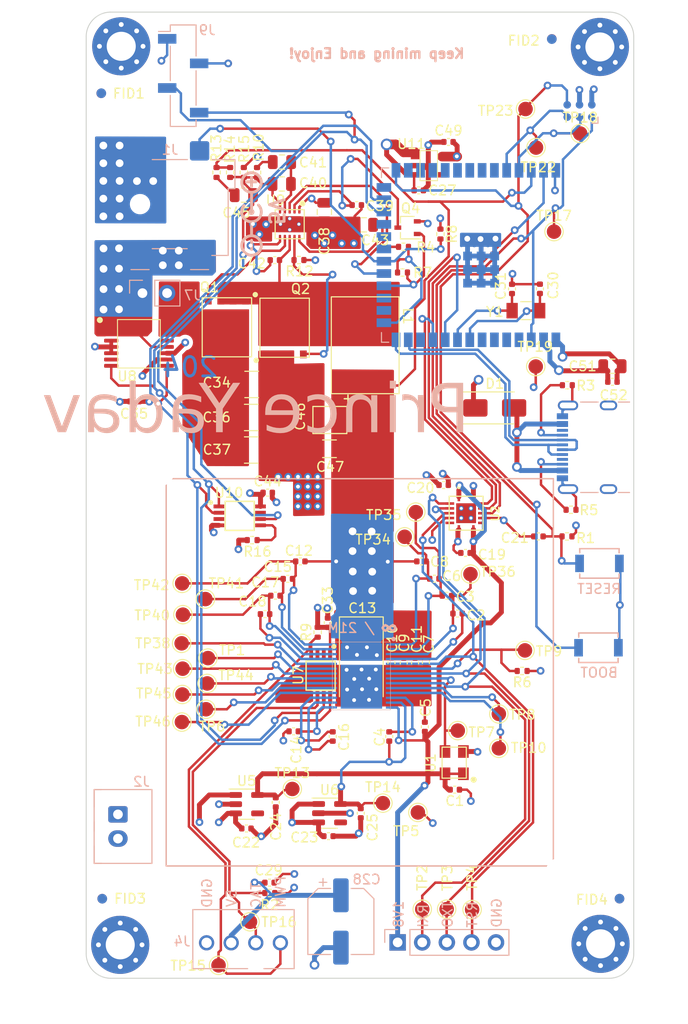
<source format=kicad_pcb>
(kicad_pcb (version 20241229) (generator "pcbnew") (generator_version "9.0")
  (layers (0 "F.Cu" signal) (4 "In1.Cu" signal) (6 "In2.Cu" signal) (2 "B.Cu" signal) (13 "F.Paste" user) (15 "B.Paste" user) (5 "F.SilkS" user "F.Silkscreen") (7 "B.SilkS" user "B.Silkscreen") (1 "F.Mask" user) (3 "B.Mask" user) (25 "Edge.Cuts" user))
  (net 0 "")
  (net 1 "GND")
  (net 2 "/Power/VIN")
  (net 3 "/BM1366/1V8")
  (net 4 "/BM1366/INV_CLKO")
  (net 5 "/VDD")
  (net 6 "/ESP32/EN")
  (net 7 "/5V")
  (net 8 "/3V3")
  (net 9 "/TX")
  (net 10 "/RX")
  (net 11 "/BM1366/VDD3_0")
  (net 12 "/BM1366/VDD2_0")
  (net 13 "/RST")
  (net 14 "/BM1366/PIN_MODE")
  (net 15 "/Fan/FAN_TACH")
  (net 16 "/SCL")
  (net 17 "/Fan/FAN_PWM")
  (net 18 "/Power/OUT0")
  (net 19 "/Power/SW")
  (net 20 "/BM1366/0V8")
  (net 21 "/BM1366/VDD1_0")
  (net 22 "/BM1366/VDD1_1")
  (net 23 "/BM1366/VDD2_1")
  (net 24 "/BM1366/VDD3_1")
  (net 25 "Net-(Q4-D)")
  (net 26 "Net-(U9-COMP)")
  (net 27 "Net-(U9-BOOT)")
  (net 28 "Net-(C41-Pad2)")
  (net 29 "Net-(U9-BP)")
  (net 30 "/BM1366/CI")
  (net 31 "Net-(C45-Pad1)")
  (net 32 "/BM1366/RO")
  (net 33 "/BM1366/RST_N")
  (net 34 "Net-(Q1-G)")
  (net 35 "Net-(Q2-G)")
  (net 36 "/BM1366/RI")
  (net 37 "Net-(U10-FS0)")
  (net 38 "Net-(U12-GPIO19{slash}U1RTS{slash}ADC2_CH8{slash}CLK_OUT2{slash}USB_D-)")
  (net 39 "Net-(U12-GPIO20{slash}U1CTS{slash}ADC2_CH9{slash}CLK_OUT1{slash}USB_D+)")
  (net 44 "/BM1366/CLKI")
  (net 45 "/BM1366/NRSTO")
  (net 46 "/BM1366/BO")
  (net 47 "/BM1366/CLKO")
  (net 48 "/BM1366/CO")
  (net 49 "/ESP32/P_TX")
  (net 50 "/ESP32/P_RX")
  (net 51 "/ESP32/IO0")
  (net 52 "/ESP32/XIN32")
  (net 54 "/BM1366/ADDR0")
  (net 55 "/ESP32/XOUT32")
  (net 56 "/Power/PGOOD")
  (net 60 "/Power/OUT1")
  (net 62 "/ESP32/PWR_EN")
  (net 64 "/SDA")
  (net 78 "/BM1366/BI")
  (net 79 "/PLUG_SENSE")
  (net 80 "/BM1366/ADDR1")
  (net 81 "Net-(D1-Pad2)")
  (net 87 "Net-(J8-CC1)")
  (net 88 "Net-(J8-CC2)")
  (net 92 "Net-(U14-VDDIO_18_1)")
  (net 93 "Net-(U14-VDDIO_08_1)")
  (footprint "Capacitor_SMD:C_0805_2012Metric" (layer "F.Cu") (at 105.864 69.487 180)
    (property "Reference" "C43")
    (property "Value" "10uF")
  )
  (footprint "Capacitor_SMD:C_0402_1005Metric" (layer "F.Cu") (at 116.356 103.365 180)
    (property "Reference" "C19")
    (property "Value" "0.1uF")
  )
  (footprint "Diode_SMD:D_SMA" (layer "F.Cu") (at 119.38 88.392)
    (property "Reference" "D1")
    (property "Value" "SS310")
  )
  (footprint "Package_SO:TSSOP-16_4.4x5mm_P0.65mm" (layer "F.Cu") (at 82.64 81.77)
    (property "Reference" "U8")
    (property "Value" "INA260")
  )
  (footprint "Capacitor_SMD:C_0402_1005Metric" (layer "F.Cu") (at 112.268 114.6556 -90)
    (property "Reference" "C7")
    (property "Value" "0.1uF")
  )
  (footprint "Fiducial:Fiducial_1mm_Mask2mm" (layer "F.Cu") (at 125.2728 50.292)
    (property "Reference" "FID2")
    (property "Value" "Fiducial")
  )
  (footprint "Fiducial:Fiducial_1mm_Mask2mm" (layer "F.Cu") (at 132.2578 139.065)
    (property "Reference" "FID4")
    (property "Value" "Fiducial")
  )
  (footprint "Resistor_SMD:R_0402_1005Metric" (layer "F.Cu") (at 90.6496 64.079 -90)
    (property "Reference" "R13")
    (property "Value" "1.33k")
  )
  (footprint "Fiducial:Fiducial_1mm_Mask2mm" (layer "F.Cu") (at 78.8416 139.065)
    (property "Reference" "FID3")
    (property "Value" "Fiducial")
  )
  (footprint "Resistor_SMD:R_0402_1005Metric" (layer "F.Cu") (at 122.207 115.554 180)
    (property "Reference" "R6")
    (property "Value" "10k")
  )
  (footprint "Capacitor_SMD:C_0402_1005Metric" (layer "F.Cu") (at 115.25 127.81 180)
    (property "Reference" "C1")
    (property "Value" "0.1uF")
  )
  (footprint "TestPoint:TestPoint_Pad_D1.5mm" (layer "F.Cu") (at 87.0458 112.6998)
    (property "Reference" "TP38")
    (property "Value" "TestPoint")
  )
  (footprint "Package_TO_SOT_SMD:SOT-323_SC-70" (layer "F.Cu") (at 110.37 69.78 180)
    (property "Reference" "Q4")
    (property "Value" "2N7002K")
  )
  (footprint "Capacitor_SMD:C_0805_2012Metric" (layer "F.Cu") (at 97.4054 63.0058 180)
    (property "Reference" "C41")
    (property "Value" "1.5nF")
  )
  (footprint "TestPoint:TestPoint_Pad_D1.5mm" (layer "F.Cu") (at 123.61 84.12)
    (property "Reference" "TP19")
    (property "Value" "TestPoint")
  )
  (footprint "Resistor_SMD:R_0402_1005Metric" (layer "F.Cu") (at 113.77 70.44 -90)
    (property "Reference" "R8")
    (property "Value" "1M")
  )
  (footprint "Capacitor_SMD:C_0402_1005Metric" (layer "F.Cu") (at 114.44 107.79 180)
    (property "Reference" "C3")
    (property "Value" "1uF")
  )
  (footprint "MountingHole:MountingHole_3.5mm" (layer "F.Cu") (at 84.71 94.91)
    (property "Reference" "H6" (hide yes))
    (property "Value" "MountingHole")
  )
  (footprint "Resistor_SMD:R_0402_1005Metric" (layer "F.Cu") (at 127.254 98.91 180)
    (property "Reference" "R5")
    (property "Value" "5.1k")
  )
  (footprint "Capacitor_SMD:C_0805_2012Metric" (layer "F.Cu") (at 101.783 68.1616 -90)
    (property "Reference" "C38")
    (property "Value" "1uF")
  )
  (footprint "TestPoint:TestPoint_Pad_D1.5mm" (layer "F.Cu") (at 111.225 99.15)
    (property "Reference" "TP35")
    (property "Value" "TestPoint")
  )
  (footprint "TestPoint:TestPoint_Pad_D1.5mm" (layer "F.Cu") (at 111.44 130.16)
    (property "Reference" "TP5")
    (property "Value" "TestPoint")
  )
  (footprint "Capacitor_SMD:C_0402_1005Metric" (layer "F.Cu") (at 105.54 130.24 -90)
    (property "Reference" "C25")
    (property "Value" "1uF")
  )
  (footprint "Capacitor_SMD:C_0805_2012Metric" (layer "F.Cu") (at 93.472 66.42)
    (property "Reference" "C45")
    (property "Value" "470pF")
  )
  (footprint "bitaxe:SC32S-7PF20PPM" (layer "F.Cu") (at 122.595 78.349 180)
    (property "Reference" "Y1")
    (property "Value" "32.768kHz")
  )
  (footprint "TestPoint:TestPoint_Pad_D1.5mm" (layer "F.Cu") (at 94.107 141.4526)
    (property "Reference" "TP16")
    (property "Value" "TestPoint")
  )
  (footprint "TestPoint:TestPoint_Pad_D1.5mm" (layer "F.Cu") (at 90.8558 145.9484)
    (property "Reference" "TP15")
    (property "Value" "TestPoint")
  )
  (footprint "Package_TO_SOT_SMD:SOT-23-5" (layer "F.Cu") (at 93.753 129.308)
    (property "Reference" "U5")
    (property "Value" "MCP1824T-1802E")
  )
  (footprint "Capacitor_SMD:C_0805_2012Metric" (layer "F.Cu") (at 131.53 84.09)
    (property "Reference" "C51")
    (property "Value" "10uF")
  )
  (footprint "TestPoint:TestPoint_Pad_D1.5mm" (layer "F.Cu") (at 119.8 119.99)
    (property "Reference" "TP8")
    (property "Value" "TestPoint")
  )
  (footprint "TestPoint:TestPoint_Pad_D1.5mm" (layer "F.Cu") (at 122.556 57.528)
    (property "Reference" "TP23")
    (property "Value" "TestPoint")
  )
  (footprint "Package_TO_SOT_SMD:SOT-23-5" (layer "F.Cu") (at 102.32 130.24)
    (property "Reference" "U6")
    (property "Value" "MCP1824T-0802E")
  )
  (footprint "MountingHole:MountingHole_3.5mm" (layer "F.Cu") (at 126.06 136.36)
    (property "Reference" "H5" (hide yes))
    (property "Value" "MountingHole")
  )
  (footprint "TestPoint:TestPoint_Pad_D1.5mm" (layer "F.Cu") (at 89.7636 114.2238)
    (property "Reference" "TP1")
    (property "Value" "TestPoint")
  )
  (footprint "Capacitor_SMD:C_0402_1005Metric" (layer "F.Cu") (at 108.485 122.318 90)
    (property "Reference" "C4")
    (property "Value" "1uF")
  )
  (footprint "TestPoint:TestPoint_Pad_D1.5mm" (layer "F.Cu") (at 87.1474 115.316)
    (property "Reference" "TP43")
    (property "Value" "TestPoint")
  )
  (footprint "Package_SO:TSSOP-8_3x3mm_P0.65mm" (layer "F.Cu") (at 101.3968 116.0272 -90)
    (property "Reference" "U7")
    (property "Value" "EMC2101")
  )
  (footprint "Capacitor_SMD:C_0402_1005Metric" (layer "F.Cu") (at 99.3 104.24 180)
    (property "Reference" "C12")
    (property "Value" "1uF")
  )
  (footprint "Capacitor_SMD:C_0402_1005Metric" (layer "F.Cu") (at 131.53 85.7)
    (property "Reference" "C52")
    (property "Value" "0.1uF")
  )
  (footprint "Resistor_SMD:R_0402_1005Metric" (layer "F.Cu") (at 126.837 101.658 180)
    (property "Reference" "R1")
    (property "Value" "10k")
  )
  (footprint "MountingHole:MountingHole_3mm_Pad_Via" (layer "F.Cu") (at 130.23501 51.12099)
    (property "Reference" "H7")
    (property "Value" "MountingHole_Pad")
  )
  (footprint "Capacitor_SMD:C_0402_1005Metric" (layer "F.Cu") (at 124.043 76.096 90)
    (property "Reference" "C30")
    (property "Value" "6.8pF")
  )
  (footprint "Fiducial:Fiducial_1mm_Mask2mm" (layer "F.Cu") (at 78.74 55.9054)
    (property "Reference" "FID1")
    (property "Value" "Fiducial")
  )
  (footprint "bitaxe:TXB0104" (layer "F.Cu") (at 116.422 99.265 -90)
    (property "Reference" "U2")
    (property "Value" "TXB0104RGYR")
  )
  (footprint "Resistor_SMD:R_0402_1005Metric" (layer "F.Cu") (at 94.8288 64.0836 -90)
    (property "Reference" "R10")
    (property "Value" "3.83k")
  )
  (footprint "TestPoint:TestPoint_Pad_D1.5mm" (layer "F.Cu") (at 87.1 106.51)
    (property "Reference" "TP42")
    (property "Value" "TestPoint")
  )
  (footprint "TestPoint:TestPoint_Pad_D1.5mm" (layer "F.Cu") (at 125.5 70.19)
    (property "Reference" "TP17")
    (property "Value" "TestPoint")
  )
  (footprint "bitaxe:FP1005R1-R15-R" (layer "F.Cu") (at 106.0006 81.9214 -90)
    (property "Reference" "L1")
    (property "Value" "150nH")
  )
  (footprint "Resistor_SMD:R_0402_1005Metric" (layer "F.Cu") (at 93.465 64.079 90)
    (property "Reference" "R15")
    (property "Value" "3.32k")
  )
  (footprint "Capacitor_SMD:C_0402_1005Metric" (layer "F.Cu") (at 98.01 106.04 180)
    (property "Reference" "C15")
    (property "Value" "1uF")
  )
  (footprint "Resistor_SMD:R_0402_1005Metric" (layer "F.Cu") (at 94.33 102.04 180)
    (property "Reference" "R16")
    (property "Value" "80.6k")
  )
  (footprint "MountingHole:MountingHole_3mm_Pad_Via" (layer "F.Cu") (at 130.302 143.728)
    (property "Reference" "H9")
    (property "Value" "MountingHole_Pad")
  )
  (footprint "Capacitor_SMD:C_0402_1005Metric" (layer "F.Cu") (at 102.646 122.318 90)
    (property "Reference" "C16")
    (property "Value" "1uF")
  )
  (footprint "Capacitor_SMD:C_0402_1005Metric" (layer "F.Cu") (at 114.6 60.93 180)
    (property "Reference" "C49")
    (property "Value" "1uF")
  )
  (footprint "Capacitor_SMD:C_0402_1005Metric" (layer "F.Cu") (at 95.659 109.681 180)
    (property "Reference" "C18")
    (property "Value" "1uF")
  )
  (footprint "TestPoint:TestPoint_Pad_D1.5mm" (layer "F.Cu") (at 128.2 60.06)
    (property "Reference" "TP18")
    (property "Value" "TestPoint")
  )
  (footprint "Capacitor_SMD:C_0805_2012Metric" (layer "F.Cu") (at 97.383 65.268 180)
    (property "Reference" "C40")
    (property "Value" "180pF")
  )
  (footprint "Package_SO:TSSOP-8_3x3mm_P0.65mm" (layer "F.Cu") (at 93.04 99.54)
    (property "Reference" "U10")
    (property "Value" "DS4432U+")
  )
  (footprint "TestPoint:TestPoint_Pad_D1.5mm" (layer "F.Cu") (at 116.87 105.55)
    (property "Reference" "TP36")
    (property "Value" "TestPoint")
  )
  (footprint "Capacitor_SMD:C_0402_1005Metric" (layer "F.Cu") (at 105.13 67.45)
    (property "Reference" "C39")
    (property "Value" "3.3nF")
  )
  (footprint "TestPoint:TestPoint_Pad_D1.5mm" (layer "F.Cu") (at 89.6874 116.84)
    (property "Reference" "TP44")
    (property "Value" "TestPoint")
  )
  (footprint "MountingHole:MountingHole_3mm_Pad_Via" (layer "F.Cu") (at 80.70501 143.83099)
    (property "Reference" "H10")
    (property "Value" "MountingHole_Pad")
  )
  (footprint "Capacitor_SMD:C_0402_1005Metric" (layer "F.Cu") (at 121.159 76.105 90)
    (property "Reference" "C31")
    (property "Value" "6.8pF")
  )
  (footprint "Capacitor_SMD:C_0402_1005Metric" (layer "F.Cu") (at 82.17 87.72 180)
    (property "Reference" "C35")
    (property "Value" "1uF")
  )
  (footprint "Capacitor_SMD:C_0402_1005Metric" (layer "F.Cu") (at 108.712 114.681 -90)
    (property "Reference" "C10")
    (property "Value" "1uF")
  )
  (footprint "Capacitor_SMD:C_0402_1005Metric" (layer "F.Cu") (at 111.1504 114.7064 -90)
    (property "Reference" "C11")
    (property "Value" "1uF")
  )
  (footprint "Resistor_SMD:R_0402_1005Metric" (layer "F.Cu") (at 92.0573 64.079 -90)
    (property "Reference" "R14")
    (property "Value" "4.99k")
  )
  (footprint "Capacitor_SMD:C_0402_1005Metric" (layer "F.Cu") (at 98.612 121.788 180)
    (property "Reference" "C14")
    (property "Value" "1uF")
  )
  (footprint "Capacitor_Tantalum_SMD:CP_EIA-7343-31_Kemet-D_Pad2.25x2.55mm_HandSolder" (layer "F.Cu") (at 105.6 114.56 -90)
    (property "Reference" "C13")
    (property "Value" "330uF")
  )
  (footprint "bitaxe:CSD17311Q5" (layer "F.Cu") (at 97.6816 80.1102 -90)
    (property "Reference" "Q2")
    (property "Value" "CSD17311Q5")
  )
  (footprint "Capacitor_SMD:C_0402_1005Metric" (layer "F.Cu") (at 102.1334 110.5662 90)
    (property "Reference" "C33")
    (property "Value" "0.1uF")
  )
  (footprint "Resistor_SMD:R_0402_1005Metric" (layer "F.Cu") (at 96.15 138.48)
    (property "Reference" "R2")
    (property "Value" "5.6k")
  )
  (footprint "TestPoint:TestPoint_Pad_D1.5mm" (layer "F.Cu") (at 114.41 140.15)
    (property "Reference" "TP3")
    (property "Value" "TestPoint")
  )
  (footprint "TestPoint:TestPoint_Pad_D1.5mm" (layer "F.Cu") (at 89.5 108.13)
    (property "Reference" "TP41")
    (property "Value" "TestPoint")
  )
  (footprint "Capacitor_SMD:C_0402_1005Metric" (layer "F.Cu") (at 95.93 97.14)
    (property "Reference" "C44")
    (property "Value" "1uF")
  )
  (footprint "bitaxe:TPS40305" (layer "F.Cu") (at 98.201691 69.4222 -90)
    (property "Reference" "U9")
    (property "Value" "TPS40305")
  )
  (footprint "TestPoint:TestPoint_Pad_D1.5mm" (layer "F.Cu") (at 110.075 101.7)
    (property "Reference" "TP34")
    (property "Value" "TestPoint")
  )
  (footprint "TestPoint:TestPoint_Pad_D1.5mm" (layer "F.Cu") (at 87.0712 120.8278)
    (property "Reference" "TP46")
    (property "Value" "TestPoint")
  )
  (footprint "MountingHole:MountingHole_3mm_Pad_Via" (layer "F.Cu") (at 80.808 51.054)
    (property "Reference" "H8" (hide yes))
    (property "Value" "MountingHole_Pad")
  )
  (footprint "Capacitor_SMD:C_0402_1005Metric" (layer "F.Cu") (at 93.733 131.818)
    (property "Reference" "C22")
    (property "Value" "1uF")
  )
  (footprint "TestPoint:TestPoint_Pad_D1.5mm" (layer "F.Cu") (at 119.8 123.54)
    (property "Reference" "TP10")
    (property "Value" "TestPoint")
  )
  (footprint "Capacitor_SMD:C_0402_1005Metric" (layer "F.Cu") (at 123.89 101.66 180)
    (property "Reference" "C21")
    (property "Value" "1uF")
  )
  (footprint "Capacitor_SMD:C_0402_1005Metric" (layer "F.Cu") (at 113.14 106.03 180)
    (property "Reference" "C6")
    (property "Value" "1uF")
  )
  (footprint "bitaxe:CAP_2R5TPE220MAFB" (layer "F.Cu") (at 102.3516 89.6402 180)
    (property "Reference" "C46")
    (property "Value" "220uF")
  )
  (footprint "bitaxe:CSD17311Q5" (layer "F.Cu") (at 91.719887 80.066364 90)
    (property "Reference" "Q1")
    (property "Value" "CSD17311Q5")
  )
  (footprint "Capacitor_SMD:C_0402_1005Metric" (layer "F.Cu") (at 96.6698 73.128)
    (property "Reference" "C42")
    (property "Value" "0.1uF")
  )
  (footprint "TestPoint:TestPoint_Pad_D1.5mm" (layer "F.Cu") (at 115.56 121.71)
    (property "Reference" "TP7")
    (property "Value" "TestPoint")
  )
  (footprint "Capacitor_SMD:C_1210_3225Metric" (layer "F.Cu") (at 94.2816 85.9702)
    (property "Reference" "C34")
    (property "Value" "47uF")
  )
  (footprint "TestPoint:TestPoint_Pad_D1.5mm" (layer "F.Cu") (at 87.18 109.74)
    (property "Reference" "TP40")
    (property "Value" "TestPoint")
  )
  (footprint "TestPoint:TestPoint_Pad_D1.5mm" (layer "F.Cu") (at 117.04 140.19 90)
    (property "Reference" "TP4")
    (property "Value" "TestPoint")
  )
  (footprint "bitaxe:O 25,0-JO32-B-1V3-1-T1-LF" (layer "F.Cu") (at 115.19 125.02 90)
    (property "Reference" "U1")
    (property "Value" "25MHz")
  )
  (footprint "TestPoint:TestPoint_Pad_D1.5mm" (layer "F.Cu") (at 98.473 127.736)
    (property "Reference" "TP13")
    (property "Value" "TestPoint")
  )
  (footprint "Resistor_SMD:R_0402_1005Metric" (layer "F.Cu") (at 99.1602 73.1234)
    (property "Reference" "R12")
    (property "Value" "4.12k")
  )
  (footprint "Resistor_SMD:R_0402_1005Metric" (layer "F.Cu") (at 109.955 71.76 180)
    (property "Reference" "R4")
    (property "Value" "10k")
  )
  (footprint "Capacitor_SMD:C_0402_1005Metric" (layer "F.Cu") (at 115.54 109.624 180)
    (property "Reference" "C2")
    (property "Value" "1uF")
  )
  (footprint "Resistor_SMD:R_0402_1005Metric" (layer "F.Cu") (at 109.85 74.41)
    (property "Reference" "R7")
    (property "Value" "10k")
  )
  (footprint "Capacitor_SMD:C_0402_1005Metric" (layer "F.Cu") (at 102.21 132.61)
    (property "Reference" "C23")
    (property "Value" "1uF")
  )
  (footprint "TestPoint:TestPoint_Pad_D1.5mm" (layer "F.Cu") (at 89.5604 119.507)
    (property "Reference" "TP6")
    (property "Value" "TestPoint")
  )
  (footprint "Capacitor_SMD:C_0402_1005Metric" (layer "F.Cu") (at 112.16 121.32 90)
    (property "Reference" "C5")
    (property "Value" "1uF")
  )
  (footprint "TestPoint:TestPoint_Pad_D1.5mm" (layer "F.Cu") (at 122.5 113.43)
    (property "Reference" "TP9")
    (property "Value" "TestPoint")
  )
  (footprint "Resistor_SMD:R_0402_1005Metric" (layer "F.Cu") (at 101.092 111.5568 90)
    (property "Reference" "R9")
    (property "Value" "10k")
  )
  (footprint "Capacitor_SMD:C_0402_1005Metric" (layer "F.Cu") (at 96.73 107.78 180)
    (property "Reference" "C17")
    (property "Value" "1uF")
  )
  (footprint "Capacitor_SMD:C_0402_1005Metric" (layer "F.Cu") (at 111.81 104.24 180)
    (property "Reference" "C8")
    (property "Value" "1uF")
  )
  (footprint "Capacitor_SMD:C_0402_1005Metric" (layer "F.Cu") (at 96.12 137.41)
    (property "Reference" "C29")
    (property "Value" "0.1uF")
  )
  (footprint "TestPoint:TestPoint_Pad_D1.5mm" (layer "F.Cu") (at 107.83 129.2)
    (property "Reference" "TP14")
    (property "Value" "TestPoint")
  )
  (footprint "TestPoint:TestPoint_Pad_D1.5mm" (layer "F.Cu") (at 87.122 117.983)
    (property "Reference" "TP45")
    (property "Value" "TestPoint")
  )
  (footprint "Resistor_SMD:R_0402_1005Metric" (layer "F.Cu") (at 126.872 86.047 180)
    (property "Reference" "R3")
    (property "Value" "5.1k")
  )
  (footprint "Capacitor_SMD:C_0402_1005Metric" (layer "F.Cu") (at 111.531 65.931)
    (property "Reference" "C27")
    (property "Value" "1uF")
  )
  (footprint "TestPoint:TestPoint_Pad_D1.5mm" (layer "F.Cu") (at 123.64 61.51)
    (property "Reference" "TP22")
    (property "Value" "TestPoint")
  )
  (footprint "TestPoint:TestPoint_Pad_D1.5mm" (layer "F.Cu") (at 111.89 140.15)
    (property "Reference" "TP2")
    (property "Value" "TestPoint")
  )
  (footprint "Capacitor_SMD:C_0402_1005Metric" (layer "F.Cu") (at 114.102 96.355 180)
    (property "Reference" "C20")
    (property "Value" "0.1uF")
  )
  (footprint "Capacitor_SMD:C_1206_3216Metric" (layer "F.Cu") (at 102.3116 92.6102 180)
    (property "Reference" "C47")
    (property "Value" "100uF")
  )
  (footprint "Capacitor_SMD:C_0402_1005Metric" (layer "F.Cu") (at 96.763 129.118 -90)
    (property "Reference" "C24")
    (property "Value" "1uF")
  )
  (footprint "Capacitor_SMD:C_1210_3225Metric" (layer "F.Cu") (at 94.2416 89.3802)
    (property "Reference" "C36")
    (property "Value" "47uF")
  )
  (footprint "Capacitor_SMD:C_0402_1005Metric" (layer "F.Cu") (at 109.982 114.71 -90)
    (property "Reference" "C9")
    (property "Value" "0.1uF")
  )
  (footprint "bitaxe:RT9080-33GJ5" (layer "F.Cu") (at 112.563 63.38)
    (property "Reference" "U11")
    (property "Value" "RT9080-33GJ5")
  )
  (footprint "Capacitor_SMD:C_1210_3225Metric" (layer "F.Cu") (at 94.2416 92.7402)
    (property "Reference" "C37")
    (property "Value" "47uF")
  )
  (footprint "bitaxe:470531000" (layer "B.Cu") (at 89.621 143.622)
    (property "Reference" "J4")
    (property "Value" "Conn_01x04")
  )
  (footprint "Connector_PinSocket_2.54mm:PinSocket_1x04_P2.54mm_Vertical_SMD_Pin1Right" (layer "B.Cu") (at 87.205 54.09 180)
    (property "Reference" "J9")
    (property "Value" "Conn_01x04")
  )
  (footprint "Fiducial:Fiducial_1mm_Mask2mm" (layer "B.Cu") (at 132.26 139.06 180)
    (property "Reference" "FID7" (hide yes))
    (property "Value" "Fiducial")
  )
  (footprint "Connector_PinHeader_2.54mm:PinHeader_1x02_P2.54mm_Vertical" (layer "B.Cu") (at 83 76.54 -90)
    (property "Reference" "J7")
    (property "Value" "Conn_01x02")
  )
  (footprint "Connector_PinHeader_2.54mm:PinHeader_1x05_P2.54mm_Vertical" (layer "B.Cu") (at 109.35 143.58 -90)
    (property "Reference" "J3" (hide yes))
    (property "Value" "Conn_01x05")
  )
  (footprint "Connector_USB:USB_C_Receptacle_GCT_USB4105-xx-A_16P_TopMnt_Horizontal" (layer "B.Cu") (at 130.048 92.456 -90)
    (property "Reference" "J8" (hide yes))
    (property "Value" "USB_C_Receptacle_USB2.0")
  )
  (footprint "bitaxe:ESP32-S3-WROOM-1" (layer "B.Cu") (at 117.43 72.61 90)
    (property "Reference" "U12" (hide yes))
    (property "Value" "ESP32-S3-WROOM-1")
  )
  (footprint "bitaxe:Tag-Connect_TC2030-IDC-NL_2x03_P1.27mm_Vertical" (layer "B.Cu") (at 128.13 57.73 180)
    (property "Reference" "J5" (hide yes))
    (property "Value" "TC2030-IDC")
  )
  (footprint "Fiducial:Fiducial_1mm_Mask2mm" (layer "B.Cu") (at 78.85 139.07 180)
    (property "Reference" "FID8" (hide yes))
    (property "Value" "Fiducial")
  )
  (footprint "bitaxe:BM1366" (layer "B.Cu") (at 105.612 116.068 180)
    (property "Reference" "U14" (hide yes))
    (property "Value" "BM1366_mode1")
  )
  (footprint "Capacitor_SMD:CP_Elec_6.3x7.7" (layer "B.Cu") (at 103.49 141.42 -90)
    (property "Reference" "C28")
    (property "Value" "220uF")
  )
  (footprint "bitaxe:BarrelJack_Wuerth_694106106102_2.0x5.5mm" (layer "B.Cu") (at 85.825 67.35 90)
    (property "Reference" "J1")
    (property "Value" "54-00164")
  )
  (footprint "bitaxe:SW_CS1213AGF260_CRS" (layer "B.Cu") (at 130.186 104.448 180)
    (property "Reference" "SW1" (hide yes))
    (property "Value" "GT-TC029B-H025-L1N")
  )
  (footprint "bitaxe:polarity" (layer "B.Cu") (at 94.265 68.155 90)
    (property "Reference" "U3" (hide yes))
    (property "Value" "~")
  )
  (footprint "Fiducial:Fiducial_1mm_Mask2mm" (layer "B.Cu") (at 125.27 50.31 180)
    (property "Reference" "FID5" (hide yes))
    (property "Value" "Fiducial")
  )
  (footprint "bitaxe:JST_XH_B2B-XH-A_1x02_P2.50mm_Vertical" (layer "B.Cu") (at 80.47 130.36 -90)
    (property "Reference" "J2")
    (property "Value" "Conn_01x02")
  )
  (footprint "bitaxe:SW_CS1213AGF260_CRS" (layer "B.Cu") (at 130.082 113.155 180)
    (property "Reference" "SW2" (hide yes))
    (property "Value" "GT-TC029B-H025-L1N")
  )
  (footprint "Fiducial:Fiducial_1mm_Mask2mm" (layer "B.Cu") (at 78.75 55.9 180)
    (property "Reference" "FID6" (hide yes))
    (property "Value" "Fiducial")
  )
  (gr_rect (start 85.45 95.7) (end 125.43 135.69) (stroke (width 0.15)) (fill no) (layer "B.SilkS"))
  (gr_line (start 79.729 47.522) (end 131.192 47.522) (stroke (width 0.1)) (layer "Edge.Cuts"))
  (gr_arc (start 133.732 144.744) (mid 132.988051 146.540051) (end 131.192 147.284) (stroke (width 0.1)) (layer "Edge.Cuts"))
  (gr_arc (start 131.192 47.522) (mid 132.988051 48.265949) (end 133.732 50.062) (stroke (width 0.1)) (layer "Edge.Cuts"))
  (gr_arc (start 77.189 50.062) (mid 77.932949 48.265949) (end 79.729 47.522) (stroke (width 0.1)) (layer "Edge.Cuts"))
  (gr_line (start 131.192 147.284) (end 79.729 147.284) (stroke (width 0.1)) (layer "Edge.Cuts"))
  (gr_line (start 133.732 50.062) (end 133.732 144.744) (stroke (width 0.1)) (layer "Edge.Cuts"))
  (gr_arc (start 79.729 147.284) (mid 77.932949 146.540051) (end 77.189 144.744) (stroke (width 0.1)) (layer "Edge.Cuts"))
  (gr_line (start 77.189 144.744) (end 77.189 50.062) (stroke (width 0.1)) (layer "Edge.Cuts"))
  (gr_text "204" (at 90.95 85.35 0) (layer "B.Cu") (effects (font (size 2 2) (thickness 0.3)) (justify left bottom mirror)))
  (gr_text "RST" (at 117.0475 140.699666 90) (layer "B.SilkS") (effects (font (size 1 1)) (justify mirror)))
  (gr_text "5V" (at 92.209 139.018 90) (layer "B.SilkS") (effects (font (size 1 1)) (justify mirror)))
  (gr_text "1V8" (at 109.45 140.675857 90) (layer "B.SilkS") (effects (font (size 1 1)) (justify mirror)))
  (gr_text "/ 21M" (at 104.55 111.11 0) (layer "B.SilkS") (effects (font (size 1 1)) (justify mirror)))
  (gr_text "∞" (at 108.47 110.96 0) (layer "B.SilkS") (effects (font (size 2 2) (thickness 0.25)) (justify mirror)))
  (gr_text "5V" (at 95.925 69.675 -90) (layer "B.SilkS") (effects (font (size 1.5 1.5) (thickness 0.3) (bold yes)) (justify left bottom mirror)))
  (gr_text "RXI" (at 111.9825 140.842524 90) (layer "B.SilkS") (effects (font (size 1 1)) (justify mirror)))
  (gr_text "PWM" (at 97.265 138.363 90) (layer "B.SilkS") (effects (font (size 1 1)) (justify mirror)))
  (gr_text "GND" (at 119.58 140.533 90) (layer "B.SilkS") (effects (font (size 1 1)) (justify mirror)))
  (gr_text "TXO" (at 114.515 140.675857 90) (layer "B.SilkS") (effects (font (size 1 1)) (justify mirror)))
  (gr_text "TAC" (at 94.7325 138.696333 90) (layer "B.SilkS") (effects (font (size 1 1)) (justify mirror)))
  (gr_text "Prince Yadav" (at 116.8 91.75 0) (layer "B.SilkS") (effects (font (size 5 5)) (justify left bottom mirror)))
  (gr_text "Keep mining and Enjoy!" (at 116.37 52.39 0) (layer "B.SilkS") (effects (font (size 1 1) (thickness 0.25) (bold yes)) (justify left bottom mirror)))
  (gr_text "GND" (at 89.6675 138.482048 90) (layer "B.SilkS") (effects (font (size 1 1)) (justify mirror)))
  (segment (start 90.897 129.309) (end 90.898 129.308) (width 0.508) (layer "F.Cu") (net 1))
  (segment (start 112.513 63.759) (end 112.513 65.429) (width 0.508) (layer "F.Cu") (net 1))
  (segment (start 96.763 129.768) (end 96.763 131.278) (width 0.508) (layer "F.Cu") (net 1))
  (segment (start 112.513 65.429) (end 112.011 65.931) (width 0.508) (layer "F.Cu") (net 1))
  (segment (start 116.91 128.21) (end 116.91 128.99) (width 0.254) (layer "F.Cu") (net 1))
  (segment (start 111.18905 63.376) (end 111.18505 63.38) (width 0.508) (layer "F.Cu") (net 1))
  (segment (start 118.107 99.765) (end 120.075 99.765) (width 0.254) (layer "F.Cu") (net 1))
  (segment (start 121.159 74.598) (end 121.21 74.547) (width 0.254) (layer "F.Cu") (net 1))
  (segment (start 90.89 100.515) (end 90.215 100.515) (width 0.508) (layer "F.Cu") (net 1))
  (segment (start 112.9225 101.108938) (end 114.266438 99.765) (width 0.254) (layer "F.Cu") (net 1))
  (segment (start 117.602 123.903) (end 117.569 123.87) (width 0.508) (layer "F.Cu") (net 1))
  (segment (start 111.88 130.16) (end 112.98 131.26) (width 0.254) (layer "F.Cu") (net 1))
  (segment (start 115.13 103.06) (end 115.13 102.6317) (width 0.254) (layer "F.Cu") (net 1))
  (segment (start 90.13 101.01989) (end 90.360055 101.249945) (width 0.508) (layer "F.Cu") (net 1))
  (segment (start 115.5737 102.188) (end 115.5737 101.0483) (width 0.508) (layer "F.Cu") (net 1))
  (segment (start 122.717 115.554) (end 124.094 115.554) (width 0.254) (layer "F.Cu") (net 1))
  (segment (start 102.86 132.61) (end 105.04 132.61) (width 0.508) (layer "F.Cu") (net 1))
  (segment (start 115.13 102.6317) (end 115.5737 102.188) (width 0.254) (layer "F.Cu") (net 1))
  (segment (start 95.179 111.194) (end 96.109 112.124) (width 0.254) (layer "F.Cu") (net 1))
  (segment (start 97.494 136.516) (end 96.6 137.41) (width 0.254) (layer "F.Cu") (net 1))
  (segment (start 112.16 118.803) (end 112.158 118.801) (width 0.254) (layer "F.Cu") (net 1))
  (segment (start 100.8426 73.1234) (end 100.8506 73.1314) (width 0.254) (layer "F.Cu") (net 1))
  (segment (start 104.914 68.586) (end 104.914 69.487) (width 0.254) (layer "F.Cu") (net 1))
  (segment (start 90.13 100.6) (end 90.13 101.01989) (width 0.508) (layer "F.Cu") (net 1))
  (segment (start 120.075 99.765) (end 120.31 100) (width 0.254) (layer "F.Cu") (net 1))
  (segment (start 121.168 75.616) (end 121.159 75.625) (width 0.254) (layer "F.Cu") (net 1))
  (segment (start 110.856 121.838) (end 110.862 121.832) (width 0.254) (layer "F.Cu") (net 1))
  (segment (start 112.512 61.25) (end 112.812 60.95) (width 0.508) (layer "F.Cu") (net 1))
  (segment (start 116.02 109.624) (end 116.02 111.630284) (width 0.254) (layer "F.Cu") (net 1))
  (segment (start 114.1 60.95) (end 114.12 60.93) (width 0.508) (layer "F.Cu") (net 1))
  (segment (start 127.382 87.697) (end 126.943 88.136) (width 0.254) (layer "F.Cu") (net 1))
  (segment (start 96.4 97.7) (end 96.84 98.14) (width 0.508) (layer "F.Cu") (net 1))
  (segment (start 101.242 122.727) (end 99.393 122.727) (width 0.254) (layer "F.Cu") (net 1))
  (segment (start 127.764 97.597) (end 126.943 96.776) (width 0.254) (layer "F.Cu") (net 1))
  (segment (start 96.4 97.31) (end 96.4 97.7) (width 0.508) (layer "F.Cu") (net 1))
  (segment (start 78.125 82.095) (end 78.09 82.06) (width 0.508) (layer "F.Cu") (net 1))
  (segment (start 95.461 132.62) (end 95.015 132.62) (width 0.508) (layer "F.Cu") (net 1))
  (segment (start 94.89 62.47) (end 94.564 62.47) (width 0.254) (layer "F.Cu") (net 1))
  (segment (start 115.9 127.81) (end 116.51 127.81) (width 0.254) (layer "F.Cu") (net 1))
  (segment (start 105.61 67.45) (end 105.61 67.89) (width 0.254) (layer "F.Cu") (net 1))
  (segment (start 80.66 87.76) (end 80.7 87.72) (width 0.508) (layer "F.Cu") (net 1))
  (segment (start 127.764 98.91) (end 127.764 97.597) (width 0.254) (layer "F.Cu") (net 1))
  (segment (start 126.38 83.11) (end 126.68 82.81) (width 0.508) (layer "F.Cu") (net 1))
  (segment (start 105.54 132.11) (end 105.54 130.89) (width 0.508) (layer "F.Cu") (net 1))
  (segment (start 117.569 123.87) (end 116.14 123.87) (width 0.508) (layer "F.Cu") (net 1))
  (segment (start 124.094 115.554) (end 124.109 115.539) (width 0.254) (layer "F.Cu") (net 1))
  (segment (start 96.783 131.298) (end 95.461 132.62) (width 0.508) (layer "F.Cu") (net 1))
  (segment (start 112.513 63.759) (end 112.513 61.251) (width 0.508) (layer "F.Cu") (net 1))
  (segment (start 92.94 102.96) (end 92.91 102.99) (width 0.508) (layer "F.Cu") (net 1))
  (segment (start 121.159 75.625) (end 121.159 74.598) (width 0.254) (layer "F.Cu") (net 1))
  (segment (start 102.131 121.838) (end 101.242 122.727) (width 0.254) (layer "F.Cu") (net 1))
  (segment (start 131.2 82.81) (end 132.48 84.09) (width 0.508) (layer "F.Cu") (net 1))
  (segment (start 112.9225 102.037) (end 112.9225 101.108938) (width 0.254) (layer "F.Cu") (net 1))
  (segment (start 101.1825 130.24) (end 104.43 130.24) (width 0.508) (layer "F.Cu") (net 1))
  (segment (start 105.04 132.61) (end 105.54 132.11) (width 0.508) (layer "F.Cu") (net 1))
  (segment (start 115.876 103.365) (end 115.435 103.365) (width 0.254) (layer "F.Cu") (net 1))
  (segment (start 80.7 87.72) (end 81.69 87.72) (width 0.508) (layer "F.Cu") (net 1))
  (segment (start 112.13 63.376) (end 111.18905 63.376) (width 0.508) (layer "F.Cu") (net 1))
  (segment (start 127.382 86.047) (end 127.382 87.697) (width 0.254) (layer "F.Cu") (net 1))
  (segment (start 112.24 69.13) (end 111.37 69.13) (width 0.254) (layer "F.Cu") (net 1))
  (segment (start 92.94 102.04) (end 92.94 102.96) (width 0.508) (layer "F.Cu") (net 1))
  (segment (start 115.435 103.365) (end 115.13 103.06) (width 0.254) (layer "F.Cu") (net 1))
  (segment (start 95.179 109.681) (end 95.179 111.194) (width 0.254) (layer "F.Cu") (net 1))
  (segment (start 116.02 111.630284) (end 115.099642 112.550642) (width 0.254) (layer "F.Cu") (net 1))
  (segment (start 97.551 122.045) (end 97.551 122.747) (width 0.254) (layer "F.Cu") (net 1))
  (segment (start 112.592 95.325) (end 113.622 96.355) (width 0.508) (layer "F.Cu") (net 1))
  (segment (start 115.5737 101.0483) (end 115.672 100.95) (width 0.508) (layer "F.Cu") (net 1))
  (segment (start 90.898 129.308) (end 92.6155 129.308) (width 0.508) (layer "F.Cu") (net 1))
  (segment (start 105.61 67.89) (end 104.914 68.586) (width 0.254) (layer "F.Cu") (net 1))
  (segment (start 95.015 132.62) (end 94.213 131.818) (width 0.508) (layer "F.Cu") (net 1))
  (segment (start 108.485 121.838) (end 110.856 121.838) (width 0.254) (layer "F.Cu") (net 1))
  (segment (start 123.41 101.66) (end 121.97 101.66) (width 0.254) (layer "F.Cu") (net 1))
  (segment (start 132.01 84.56) (end 132.01 85.7) (width 0.508) (layer "F.Cu") (net 1))
  (segment (start 102.0826 109.0676) (end 102.1334 109.1184) (width 0.508) (layer "F.Cu") (net 1))
  (segment (start 111.44 130.16) (end 111.88 130.16) (width 0.254) (layer "F.Cu") (net 1))
  (segment (start 90.215 100.515) (end 90.13 100.6) (width 0.508) (layer "F.Cu") (net 1))
  (segment (start 97.808 121.788) (end 97.551 122.045) (width 0.254) (layer "F.Cu") (net 1))
  (segment (start 126.68 82.81) (end 131.2 82.81) (width 0.508) (layer "F.Cu") (net 1))
  (segment (start 94.564 62.47) (end 93.465 63.569) (width 0.254) (layer "F.Cu") (net 1))
  (segment (start 112.812 60.95) (end 114.1 60.95) (width 0.508) (layer "F.Cu") (net 1))
  (segment (start 112.318 95.325) (end 112.592 95.325) (width 0.508) (layer "F.Cu") (net 1))
  (segment (start 112.16 120.84) (end 112.16 118.803) (width 0.254) (layer "F.Cu") (net 1))
  (segment (start 79.7775 82.095) (end 78.125 82.095) (width 0.508) (layer "F.Cu") (net 1))
  (segment (start 116.51 127.81) (end 116.91 128.21) (width 0.254) (layer "F.Cu") (net 1))
  (segment (start 86.306158 82.745) (end 85.5025 82.745) (width 0.508) (layer "F.Cu") (net 1))
  (segment (start 112.513 61.251) (end 112.512 61.25) (width 0.508) (layer "F.Cu") (net 1))
  (segment (start 92.94 102.04) (end 93.82 102.04) (width 0.508) (layer "F.Cu") (net 1))
  (segment (start 99.6702 73.1234) (end 100.8426 73.1234) (width 0.254) (layer "F.Cu") (net 1))
  (segment (start 79.7775 81.445) (end 79.7775 82.095) (width 0.4) (layer "F.Cu") (net 1))
  (segment (start 87.414791 81.636367) (end 86.306158 82.745) (width 0.508) (layer "F.Cu") (net 1))
  (segment (start 96.763 131.278) (end 96.783 131.298) (width 0.508) (layer "F.Cu") (net 1))
  (segment (start 114.266438 99.765) (end 114.737 99.765) (width 0.254) (layer "F.Cu") (net 1))
  (segment (start 102.1334 109.1184) (end 102.1334 110.0862) (width 0.508) (layer "F.Cu") (net 1))
  (segment (start 98.682 136.516) (end 97.494 136.516) (width 0.254) (layer "F.Cu") (net 1))
  (segment (start 98.132 121.788) (end 97.808 121.788) (width 0.254) (layer "F.Cu") (net 1))
  (segment (start 112.46 69.35) (end 112.24 69.13) (width 0.254) (layer "F.Cu") (net 1))
  (segment (start 112.513 63.759) (end 112.13 63.376) (width 0.508) (layer "F.Cu") (net 1))
  (segment (start 79.7775 82.745) (end 79.7775 82.095) (width 0.4) (layer "F.Cu") (net 1))
  (segment (start 102.646 121.838) (end 102.131 121.838) (width 0.254) (layer "F.Cu") (net 1))
  (segment (start 121.97 101.66) (end 120.31 100) (width 0.254) (layer "F.Cu") (net 1))
  (segment (start 132.48 84.09) (end 132.01 84.56) (width 0.508) (layer "F.Cu") (net 1))
  (segment (start 124.043 75.616) (end 121.168 75.616) (width 0.254) (layer "F.Cu") (net 1))
  (via (at 95.067 70.471) (size 0.8) (drill 0.4) (layers "F.Cu" "B.Cu") (net 1))
  (via (at 80.64 68.6075) (size 1.2) (drill 0.8) (layers "F.Cu" "B.Cu") (net 1))
  (via (at 80.64 63.125) (size 1.2) (drill 0.8) (layers "F.Cu" "B.Cu") (net 1))
  (via (at 78.09 82.06) (size 0.8) (drill 0.4) (layers "F.Cu" "B.Cu") (net 1))
  (via (at 100.8506 73.1314) (size 0.8) (drill 0.4) (layers "F.Cu" "B.Cu") (net 1))
  (via (at 80.64 64.9525) (size 1.2) (drill 0.8) (layers "F.Cu" "B.Cu") (net 1))
  (via (at 116.91 128.99) (size 0.8) (drill 0.4) (layers "F.Cu" "B.Cu") (net 1))
  (via (at 116.54 70.92) (size 1) (drill 0.6) (layers "F.Cu" "B.Cu") (net 1))
  (via (at 80.64 66.78) (size 1.2) (drill 0.8) (layers "F.Cu" "B.Cu") (net 1))
  (via (at 99.06 95.504) (size 0.8) (drill 0.4) (layers "F.Cu" "B.Cu") (net 1))
  (via (at 78.96 61.3) (size 1.2) (drill 0.8) (layers "F.Cu" "B.Cu") (net 1))
  (via (at 82.43 64.97) (size 1.2) (drill 0.8) (layers "F.Cu" "B.Cu") (net 1))
  (via (at 125.6 65.94) (size 0.8) (drill 0.4) (layers "F.Cu" "B.Cu") (net 1))
  (via (at 112.98 131.26) (size 0.8) (drill 0.4) (layers "F.Cu" "B.Cu") (net 1))
  (via (at 96.109 112.124) (size 0.8) (drill 0.4) (layers "F.Cu" "B.Cu") (net 1))
  (via (at 84.11 64.9675) (size 1.2) (drill 0.8) (layers "F.Cu" "B.Cu") (net 1))
  (via (at 99.06 97.536) (size 0.8) (drill 0.4) (layers "F.Cu" "B.Cu") (net 1))
  (via (at 112.46 69.35) (size 0.8) (drill 0.4) (layers "F.Cu" "B.Cu") (net 1))
  (via (at 100.076 97.536) (size 0.8) (drill 0.4) (layers "F.Cu" "B.Cu") (net 1))
  (via (at 106.396 118.533) (size 0.8) (drill 0.4) (layers "F.Cu" "B.Cu") (net 1))
  (via (at 97.028 95.504) (size 0.8) (drill 0.4) (layers "F.Cu" "B.Cu") (net 1))
  (via (at 110.862 121.832) (size 0.8) (drill 0.4) (layers "F.Cu" "B.Cu") (net 1))
  (via (at 98.044 95.504) (size 0.8) (drill 0.4) (layers "F.Cu" "B.Cu") (net 1))
  (via (at 78.96 64.955) (size 1.2) (drill 0.8) (layers "F.Cu" "B.Cu") (net 1))
  (via (at 104.082 115.436) (size 0.8) (drill 0.4) (layers "F.Cu" "B.Cu") (net 1))
  (via (at 98.682 136.516) (size 0.8) (drill 0.4) (layers "F.Cu" "B.Cu") (net 1))
  (via (at 101.092 95.504) (size 0.8) (drill 0.4) (layers "F.Cu" "B.Cu") (net 1))
  (via (at 99.393 122.727) (size 0.8) (drill 0.4) (layers "F.Cu" "B.Cu") (net 1))
  (via (at 106.408 116.351) (size 0.8) (drill 0.4) (layers "F.Cu" "B.Cu") (net 1))
  (via (at 128.12 55.55) (size 0.8) (drill 0.4) (layers "F.Cu" "B.Cu") (net 1))
  (via (at 78.96 66.7825) (size 1.2) (drill 0.8) (layers "F.Cu" "B.Cu") (net 1))
  (via (at 95.758 69.4314) (size 0.8) (drill 0.4) (layers "F.Cu" "B.Cu") (net 1))
  (via (at 100.765 145.89) (size 1) (drill 0.6) (layers "F.Cu" "B.Cu") (net 1))
  (via (at 94.89 62.47) (size 0.8) (drill 0.4) (layers "F.Cu" "B.Cu") (net 1))
  (via (at 94.411 69.401) (size 0.8) (drill 0.4) (layers "F.Cu" "B.Cu") (net 1))
  (via (at 101.092 98.552) (size 0.8) (drill 0.4) (layers "F.Cu" "B.Cu") (net 1))
  (via (at 105.673 117.442) (size 0.8) (drill 0.4) (layers "F.Cu" "B.Cu") (net 1))
  (via (at 80.66 87.76) (size 0.8) (drill 0.4) (layers "F.Cu" "B.Cu") (net 1))
  (via (at 101.092 96.52) (size 0.8) (drill 0.4) (layers "F.Cu" "B.Cu") (net 1))
  (via (at 84.96 52.55) (size 0.8) (drill 0.4) (layers "F.Cu" "B.Cu") (net 1))
  (via (at 97.551 122.747) (size 0.8) (drill 0.4) (layers "F.Cu" "B.Cu") (net 1))
  (via (at 124.109 115.539) (size 0.8) (drill 0.4) (layers "F.Cu" "B.Cu") (net 1))
  (via (at 117.91 70.95) (size 1) (drill 0.6) (layers "F.Cu" "B.Cu") (net 1))
  (via (at 90.360055 101.249945) (size 0.8) (drill 0.4) (layers "F.Cu" "B.Cu") (net 1))
  (via (at 100.076 96.52) (size 0.8) (drill 0.4) (layers "F.Cu" "B.Cu") (net 1))
  (via (at 117.602 123.903) (size 0.8) (drill 0.4) (layers "F.Cu" "B.Cu") (net 1))
  (via (at 101.779 71.402) (size 0.8) (drill 0.4) (layers "F.Cu" "B.Cu") (net 1))
  (via (at 104.855 118.563) (size 0.8) (drill 0.4) (layers "F.Cu" "B.Cu") (net 1))
  (via (at 104.132 117.472) (size 0.8) (drill 0.4) (layers "F.Cu" "B.Cu") (net 1))
  (via (at 121.21 74.547) (size 0.8) (drill 0.4) (layers "F.Cu" "B.Cu") (net 1))
  (via (at 100.076 98.552) (size 0.8) (drill 0.4) (layers "F.Cu" "B.Cu") (net 1))
  (via (at 102.625 70.567) (size 0.8) (drill 0.4) (layers "F.Cu" "B.Cu") (net 1))
  (via (at 100.076 95.504) (size 0.8) (drill 0.4) (layers "F.Cu" "B.Cu") (net 1))
  (via (at 112.9225 102.037) (size 0.8) (drill 0.4) (layers "F.Cu" "B.Cu") (net 1))
  (via (at 107.144 117.442) (size 0.8) (drill 0.4) (layers "F.Cu" "B.Cu") (net 1))
  (via (at 90.897 129.309) (size 0.8) (drill 0.4) (layers "F.Cu" "B.Cu") (net 1))
  (via (at 112.318 95.325) (size 0.8) (drill 0.4) (layers "F.Cu" "B.Cu") (net 1))
  (via (at 112.512 61.25) (size 0.8) (drill 0.4) (layers "F.Cu" "B.Cu") (net 1))
  (via (at 105.623 115.406) (size 0.8) (drill 0.4) (layers "F.Cu" "B.Cu") (net 1))
  (via (at 101.092 97.536) (size 0.8) (drill 0.4) (layers "F.Cu" "B.Cu") (net 1))
  (via (at 104.867 116.381) (size 0.8) (drill 0.4) (layers "F.Cu" "B.Cu") (net 1))
  (via (at 100.801 70.578) (size 0.8) (drill 0.4) (layers "F.Cu" "B.Cu") (net 1))
  (via (at 87.414791 81.636367) (size 0.8) (drill 0.4) (layers "F.Cu" "B.Cu") (net 1))
  (via (at 104.83 71.398) (size 0.8) (drill 0.4) (layers "F.Cu" "B.Cu") (net 1))
  (via (at 119.454234 70.914234) (size 1) (drill 0.6) (layers "F.Cu" "B.Cu") (net 1))
  (via (at 105.33 132.32) (size 0.8) (drill 0.4) (layers "F.Cu" "B.Cu") (net 1))
  (via (at 104.43 130.24) (size 0.8) (drill 0.4) (layers "F.Cu" "B.Cu") (net 1))
  (via (at 126.38 83.11) (size 1) (drill 0.6) (layers "F.Cu" "B.Cu") (net 1))
  (via (at 99.06 96.52) (size 0.8) (drill 0.4) (layers "F.Cu" "B.Cu") (net 1))
  (via (at 80.64 61.2975) (size 1.2) (drill 0.8) (layers "F.Cu" "B.Cu") (net 1))
  (via (at 115.5737 102.188) (size 0.8) (drill 0.4) (layers "F.Cu" "B.Cu") (net 1))
  (via (at 120.31 100) (size 0.8) (drill 0.4) (layers "F.Cu" "B.Cu") (net 1))
  (via (at 78.96 68.61) (size 1.2) (drill 0.8) (layers "F.Cu" "B.Cu") (net 1))
  (via (at 78.96 63.1275) (size 1.2) (drill 0.8) (layers "F.Cu" "B.Cu") (net 1))
  (via (at 103.584 71.41) (size 0.8) (drill 0.4) (layers "F.Cu" "B.Cu") (net 1))
  (via (at 102.0826 109.0676) (size 0.8) (drill 0.4) (layers "F.Cu" "B.Cu") (net 1))
  (via (at 96.84 98.14) (size 0.8) (drill 0.4) (layers "F.Cu" "B.Cu") (net 1))
  (via (at 132.297 108.743) (size 0.8) (drill 0.4) (layers "F.Cu" "B.Cu") (net 1))
  (via (at 92.91 102.99) (size 0.8) (drill 0.4) (layers "F.Cu" "B.Cu") (net 1))
  (via (at 95.26 132.63) (size 0.8) (drill 0.4) (layers "F.Cu" "B.Cu") (net 1))
  (via (at 107.094 115.406) (size 0.8) (drill 0.4) (layers "F.Cu" "B.Cu") (net 1))
  (via (at 115.099642 112.550642) (size 0.8) (drill 0.4) (layers "F.Cu" "B.Cu") (net 1))
  (via (at 99.06 98.552) (size 0.8) (drill 0.4) (layers "F.Cu" "B.Cu") (net 1))
  (segment (start 102.696 114.311) (end 99.4012 114.311) (width 0.254) (layer "B.Cu") (net 1))
  (segment (start 100.765 145.045) (end 100.765 145.89) (width 0.508) (layer "B.Cu") (net 1))
  (segment (start 108.528 114.311) (end 113.339284 114.311) (width 0.254) (layer "B.Cu") (net 1))
  (segment (start 132.345 104.448) (end 132.345 108.695) (width 0.254) (layer "B.Cu") (net 1))
  (segment (start 85.55 51.96) (end 84.96 52.55) (width 0.254) (layer "B.Cu") (net 1))
  (segment (start 128.13 57.095) (end 128.13 55.56) (width 0.508) (layer "B.Cu") (net 1))
  (segment (start 126.368 89.256) (end 126.368 88.711) (width 0.254) (layer "B.Cu") (net 1))
  (segment (start 110.156 118.327) (end 108.528 118.327) (width 0.254) (layer "B.Cu") (net 1))
  (segment (start 99.4012 114.311) (end 97.2142 112.124) (width 0.254) (layer "B.Cu") (net 1))
  (segment (start 132.241 108.799) (end 132.297 108.743) (width 0.254) (layer "B.Cu") (net 1))
  (segment (start 125.6 65.94) (end 125.6 63.95) (width 0.254) (layer "B.Cu") (net 1))
  (segment (start 117.91 70.95) (end 117.97 71.01) (width 0.254) (layer "B.Cu") (net 1))
  (segment (start 126.38 83.11) (end 126.38 82.05) (width 0.508) (layer "B.Cu") (net 1))
  (segment (start 132.345 108.695) (end 132.297 108.743) (width 0.254) (layer "B.Cu") (net 1))
  (segment (start 85.55 50.28) (end 85.55 51.96) (width 0.254) (layer "B.Cu") (net 1))
  (segment (start 99.393 119.299) (end 100.374 118.318) (width 0.254) (layer "B.Cu") (net 1))
  (segment (start 110.862 119.033) (end 110.156 118.327) (width 0.254) (layer "B.Cu") (net 1))
  (segment (start 101.69 144.12) (end 100.765 145.045) (width 0.508) (layer "B.Cu") (net 1))
  (segment (start 126.38 82.05) (end 125.69 81.36) (width 0.508) (layer "B.Cu") (net 1))
  (segment (start 128.13 55.56) (end 128.12 55.55) (width 0.508) (layer "B.Cu") (net 1))
  (segment (start 99.393 122.727) (end 99.393 119.299) (width 0.254) (layer "B.Cu") (net 1))
  (segment (start 125.6 63.95) (end 125.69 63.86) (width 0.254) (layer "B.Cu") (net 1))
  (segment (start 132.241 113.155) (end 132.241 108.799) (width 0.254) (layer "B.Cu") (net 1))
  (segment (start 100.374 118.318) (end 102.696 118.318) (width 0.254) (layer "B.Cu") (net 1))
  (segment (start 113.339284 114.311) (end 115.099642 112.550642) (width 0.254) (layer "B.Cu") (net 1))
  (segment (start 103.49 144.12) (end 101.69 144.12) (width 0.508) (layer "B.Cu") (net 1))
  (segment (start 97.2142 112.124) (end 96.109 112.124) (width 0.254) (layer "B.Cu") (net 1))
  (segment (start 119.454234 70.914234) (end 119.37 70.998468) (width 0.254) (layer "B.Cu") (net 1))
  (segment (start 110.862 121.832) (end 110.862 119.033) (width 0.254) (layer "B.Cu") (net 1))
  (segment (start 126.368 88.711) (end 126.943 88.136) (width 0.254) (layer "B.Cu") (net 1))
  (segment (start 126.368 95.656) (end 126.368 96.201) (width 0.254) (layer "B.Cu") (net 1))
  (segment (start 126.368 96.201) (end 126.943 96.776) (width 0.254) (layer "B.Cu") (net 1))
  (segment (start 83.935 82.095) (end 82.635 80.795) (width 0.254) (layer "F.Cu") (net 2))
  (segment (start 82.635 80.795) (end 79.7775 80.795) (width 0.254) (layer "F.Cu") (net 2))
  (segment (start 85.5025 82.095) (end 83.935 82.095) (width 0.254) (layer "F.Cu") (net 2))
  (via (at 80.58 71.91) (size 1.2) (drill 0.8) (layers "F.Cu" "B.Cu") (net 2))
  (via (at 78.98 76.13) (size 1.2) (drill 0.8) (layers "F.Cu" "B.Cu") (net 2))
  (via (at 78.98 78.23) (size 1.2) (drill 0.8) (layers "F.Cu" "B.Cu") (net 2))
  (via (at 80.58 78.21) (size 1.2) (drill 0.8) (layers "F.Cu" "B.Cu") (net 2))
  (via (at 80.58 76.11) (size 1.2) (drill 0.8) (layers "F.Cu" "B.Cu") (net 2))
  (via (at 85.1 72.15) (size 1.2) (drill 0.8) (layers "F.Cu" "B.Cu") (net 2))
  (via (at 86.75 73.66) (size 1.2) (drill 0.8) (layers "F.Cu" "B.Cu") (net 2))
  (via (at 80.58 74.01) (size 1.2) (drill 0.8) (layers "F.Cu" "B.Cu") (net 2))
  (via (at 85.1 73.66) (size 1.2) (drill 0.8) (layers "F.Cu" "B.Cu") (net 2))
  (via (at 78.98 71.93) (size 1.2) (drill 0.8) (layers "F.Cu" "B.Cu") (net 2))
  (via (at 86.75 72.15) (size 1.2) (drill 0.8) (layers "F.Cu" "B.Cu") (net 2))
  (via (at 78.98 74.03) (size 1.2) (drill 0.8) (layers "F.Cu" "B.Cu") (net 2))
  (segment (start 94.8905 128.358) (end 96.653 128.358) (width 0.508) (layer "F.Cu") (net 3))
  (segment (start 117.172 102.173) (end 117.172 100.95) (width 0.508) (layer "F.Cu") (net 3))
  (segment (start 120.06 109.49) (end 120.06 106.46) (width 0.508) (layer "F.Cu") (net 3))
  (segment (start 117.183 103.583) (end 117.183 103.222) (width 0.508) (layer "F.Cu") (net 3))
  (segment (start 112.48 126.17) (end 112.48 122.88) (width 0.508) (layer "F.Cu") (net 3))
  (segment (start 117.183 103.222) (end 117.172 103.211) (width 0.508) (layer "F.Cu") (net 3))
  (segment (start 111.997 122.723) (end 112.16 122.56) (width 0.254) (layer "F.Cu") (net 3))
  (segment (start 112.48 126.17) (end 101.015 126.17) (width 0.508) (layer "F.Cu") (net 3))
  (segment (start 115.737362 96.829638) (end 115.672 96.895) (width 0.508) (layer "F.Cu") (net 3))
  (segment (start 116.14 126.17) (end 114.24 126.17) (width 0.254) (layer "F.Cu") (net 3))
  (segment (start 118.96 110.59) (end 120.06 109.49) (width 0.508) (layer "F.Cu") (net 3))
  (segment (start 96.653 128.358) (end 96.763 128.468) (width 0.508) (layer "F.Cu") (net 3))
  (segment (start 113.63 121.09) (end 113.63 115.16) (width 0.508) (layer "F.Cu") (net 3))
  (segment (start 112.48 127.04) (end 112.13 127.39) (width 0.508) (layer "F.Cu") (net 3))
  (segment (start 95.406 126.161) (end 95.415 126.17) (width 0.508) (layer "F.Cu") (net 3))
  (segment (start 118.2 110.59) (end 118.96 110.59) (width 0.508) (layer "F.Cu") (net 3))
  (segment (start 112.16 122.56) (end 113.63 121.09) (width 0.508) (layer "F.Cu") (net 3))
  (segment (start 112.48 126.17) (end 112.48 127.04) (width 0.508) (layer "F.Cu") (net 3))
  (segment (start 120.06 106.46) (end 117.183 103.583) (width 0.508) (layer "F.Cu") (net 3))
  (segment (start 114.6 127.81) (end 114.25 127.46) (width 0.508) (layer "F.Cu") (net 3))
  (segment (start 95.415 126.17) (end 101.015 126.17) (width 0.508) (layer "F.Cu") (net 3))
  (segment (start 94.8905 128.358) (end 94.8905 126.6765) (width 0.508) (layer "F.Cu") (net 3))
  (segment (start 114.25 126.18) (end 114.24 126.17) (width 0.508) (layer "F.Cu") (net 3))
  (segment (start 115.737362 96.385646) (end 115.737362 96.829638) (width 0.508) (layer "F.Cu") (net 3))
  (segment (start 115.672 96.895) (end 115.672 97.58) (width 0.508) (layer "F.Cu") (net 3))
  (segment (start 113.63 115.16) (end 118.2 110.59) (width 0.508) (layer "F.Cu") (net 3))
  (segment (start 112.48 122.88) (end 112.16 122.56) (width 0.508) (layer "F.Cu") (net 3))
  (segment (start 94.8905 126.6765) (end 95.406 126.161) (width 0.508) (layer "F.Cu") (net 3))
  (segment (start 117.172 103.211) (end 117.172 100.95) (width 0.508) (layer "F.Cu") (net 3))
  (segment (start 114.25 127.46) (end 114.25 126.18) (width 0.508) (layer "F.Cu") (net 3))
  (segment (start 97.67 127.85) (end 97.02 128.5) (width 0.254) (layer "F.Cu") (net 3))
  (segment (start 109.458 122.723) (end 111.997 122.723) (width 0.254) (layer "F.Cu") (net 3))
  (segment (start 112.16 121.97) (end 112.16 122.56) (width 0.508) (layer "F.Cu") (net 3))
  (segment (start 112.48 126.17) (end 114.24 126.17) (width 0.508) (layer "F.Cu") (net 3))
  (via (at 115.737362 96.385646) (size 0.8) (drill 0.4) (layers "F.Cu" "B.Cu") (net 3))
  (via (at 117.172 102.173) (size 0.8) (drill 0.4) (layers "F.Cu" "B.Cu") (net 3))
  (via (at 112.13 127.39) (size 0.8) (drill 0.4) (layers "F.Cu" "B.Cu") (net 3))
  (via (at 109.458 122.723) (size 0.8) (drill 0.4) (layers "F.Cu" "B.Cu") (net 3))
  (segment (start 109.35 143.58) (end 109.35 130.17) (width 0.508) (layer "B.Cu") (net 3))
  (segment (start 109.35 130.17) (end 112.13 127.39) (width 0.508) (layer "B.Cu") (net 3))
  (segment (start 118.302 98.950284) (end 118.302 101.043) (width 0.508) (layer "B.Cu") (net 3))
  (segment (start 109.45 122.715) (end 109.45 119.488) (width 0.254) (layer "B.Cu") (net 3))
  (segment (start 109.45 119.488) (end 109.293 119.331) (width 0.254) (layer "B.Cu") (net 3))
  (segment (start 118.302 101.043) (end 117.172 102.173) (width 0.508) (layer "B.Cu") (net 3))
  (segment (start 115.737362 96.385646) (end 118.302 98.950284) (width 0.508) (layer "B.Cu") (net 3))
  (segment (start 109.293 119.331) (end 108.528 119.331) (width 0.254) (layer "B.Cu") (net 3))
  (segment (start 109.458 122.723) (end 109.45 122.715) (width 0.254) (layer "B.Cu") (net 3))
  (segment (start 92.4306 118.7958) (end 91.7194 119.507) (width 0.254) (layer "F.Cu") (net 4))
  (segment (start 91.7194 119.507) (end 89.5604 119.507) (width 0.254) (layer "F.Cu") (net 4))
  (via (at 92.4306 118.7958) (size 0.8) (drill 0.4) (layers "F.Cu" "B.Cu") (net 4))
  (segment (start 102.696 117.318) (end 97.175536 117.318) (width 0.254) (layer "B.Cu") (net 4))
  (segment (start 97.175536 117.318) (end 95.697736 118.7958) (width 0.254) (layer "B.Cu") (net 4))
  (segment (start 95.697736 118.7958) (end 92.4306 118.7958) (width 0.254) (layer "B.Cu") (net 4))
  (segment (start 90.6496 63.569) (end 92.0573 63.569) (width 0.254) (layer "F.Cu") (net 5))
  (segment (start 105.69 61.79) (end 104.111983 61.79) (width 0.254) (layer "F.Cu") (net 5))
  (segment (start 111.14 84.37) (end 109.4286 86.0814) (width 0.254) (layer "F.Cu") (net 5))
  (segment (start 112.12 75.247) (end 112.12 77.12) (width 0.254) (layer "F.Cu") (net 5))
  (segment (start 113.74 67.09) (end 114.62 67.97) (width 0.254) (layer "F.Cu") (net 5))
  (segment (start 112.12 77.12) (end 111.14 78.1) (width 0.254) (layer "F.Cu") (net 5))
  (segment (start 114.62 67.97) (end 114.62 72.747) (width 0.254) (layer "F.Cu") (net 5))
  (segment (start 111.14 78.1) (end 111.14 84.37) (width 0.254) (layer "F.Cu") (net 5))
  (segment (start 108.36 104.24) (end 111.16 104.24) (width 0.254) (layer "F.Cu") (net 5))
  (segment (start 104.111383 61.7906) (end 91.9394 61.7906) (width 0.254) (layer "F.Cu") (net 5))
  (segment (start 120.2299 67.09) (end 112.51 67.09) (width 0.254) (layer "F.Cu") (net 5))
  (segment (start 103 104.24) (end 99.95 104.24) (width 0.254) (layer "F.Cu") (net 5))
  (segment (start 110.99 67.09) (end 105.69 61.79) (width 0.254) (layer "F.Cu") (net 5))
  (segment (start 121.1499 66.17) (end 120.2299 67.09) (width 0.254) (layer "F.Cu") (net 5))
  (segment (start 114.62 72.747) (end 112.12 75.247) (width 0.254) (layer "F.Cu") (net 5))
  (segment (start 112.51 67.09) (end 110.99 67.09) (width 0.254) (layer "F.Cu") (net 5))
  (segment (start 91.9394 61.7906) (end 90.6496 63.0804) (width 0.254) (layer "F.Cu") (net 5))
  (segment (start 90.6496 63.0804) (end 90.6496 63.569) (width 0.254) (layer "F.Cu") (net 5))
  (segment (start 109.4286 86.0814) (end 106.0006 86.0814) (width 0.254) (layer "F.Cu") (net 5))
  (segment (start 104.111983 61.79) (end 104.111383 61.7906) (width 0.254) (layer "F.Cu") (net 5))
  (segment (start 108.33 104.27) (end 108.36 104.24) (width 0.254) (layer "F.Cu") (net 5))
  (segment (start 112.51 67.09) (end 113.74 67.09) (width 0.254) (layer "F.Cu") (net 5))
  (via (at 121.1499 66.17) (size 0.8) (drill 0.4) (layers "F.Cu" "B.Cu") (net 5))
  (via (at 103 104.24) (size 0.8) (drill 0.4) (layers "F.Cu" "B.Cu") (net 5))
  (via (at 105.152 113.89) (size 0.8) (drill 0.4) (layers "F.Cu" "B.Cu") (net 5))
  (via (at 106.685 103.175) (size 1.2) (drill 0.8) (layers "F.Cu" "B.Cu") (net 5))
  (via (at 106.725 105.305) (size 1.2) (drill 0.8) (layers "F.Cu" "B.Cu") (net 5))
  (via (at 104.126 113.11) (size 0.8) (drill 0.4) (layers "F.Cu" "B.Cu") (net 5))
  (via (at 108.33 104.27) (size 0.8) (drill 0.4) (layers "F.Cu" "B.Cu") (net 5))
  (via (at 107.204 113.92) (size 0.8) (drill 0.4) (layers "F.Cu" "B.Cu") (net 5))
  (via (at 106.725 107.275) (size 1.2) (drill 0.8) (layers "F.Cu" "B.Cu") (net 5))
  (via (at 106.178 113.11) (size 0.8) (drill 0.4) (layers "F.Cu" "B.Cu") (net 5))
  (via (at 104.695 103.175) (size 1.2) (drill 0.8) (layers "F.Cu" "B.Cu") (net 5))
  (via (at 104.695 101.135) (size 1.2) (drill 0.8) (layers "F.Cu" "B.Cu") (net 5))
  (via (at 106.665 101.155) (size 1.2) (drill 0.8) (layers "F.Cu" "B.Cu") (net 5))
  (via (at 104.745 107.305) (size 1.2) (drill 0.8) (layers "F.Cu" "B.Cu") (net 5))
  (via (at 104.715 105.285) (size 1.2) (drill 0.8) (layers "F.Cu" "B.Cu") (net 5))
  (segment (start 123.15 65.45) (end 123.15 63.86) (width 0.254) (layer "B.Cu") (net 5))
  (segment (start 121.1499 66.17) (end 122.43 66.17) (width 0.254) (layer "B.Cu") (net 5))
  (segment (start 122.43 66.17) (end 123.15 65.45) (width 0.254) (layer "B.Cu") (net 5))
  (segment (start 124.37 101.66) (end 125.36 101.66) (width 0.254) (layer "F.Cu") (net 6))
  (segment (start 126.325 101.66) (end 126.327 101.658) (width 0.254) (layer "F.Cu") (net 6))
  (segment (start 125.36 101.66) (end 125.36 100.967) (width 0.254) (layer "F.Cu") (net 6))
  (segment (start 125.36 101.66) (end 126.325 101.66) (width 0.254) (layer "F.Cu") (net 6))
  (segment (start 125.65 67.76) (end 125.5 67.91) (width 0.254) (layer "F.Cu") (net 6))
  (segment (start 121.315 70.905) (end 122.1013 70.905) (width 0.254) (layer "F.Cu") (net 6))
  (segment (start 125.5 67.91) (end 125.5 70.19) (width 0.254) (layer "F.Cu") (net 6))
  (segment (start 114.907608 74.1836) (end 118.0364 74.1836) (width 0.254) (layer "F.Cu") (net 6))
  (segment (start 126.2606 104.1456) (end 126.2606 101.7244) (width 0.254) (layer "F.Cu") (net 6))
  (segment (start 126.293 104.178) (end 126.2606 104.1456) (width 0.254) (layer "F.Cu") (net 6))
  (segment (start 113.3837 75.707508) (end 114.907608 74.1836) (width 0.254) (layer "F.Cu") (net 6))
  (segment (start 118.0364 74.1836) (end 121.315 70.905) (width 0.254) (layer "F.Cu") (net 6))
  (segment (start 126.2606 101.7244) (end 126.327 101.658) (width 0.254) (layer "F.Cu") (net 6))
  (segment (start 125.36 100.967) (end 113.3837 88.9907) (width 0.254) (layer "F.Cu") (net 6))
  (segment (start 113.3837 88.9907) (end 113.3837 75.707508) (width 0.254) (layer "F.Cu") (net 6))
  (via (at 126.293 104.178) (size 0.8) (drill 0.4) (layers "F.Cu" "B.Cu") (net 6))
  (via (at 125.65 67.76) (size 0.8) (drill 0.4) (layers "F.Cu" "B.Cu") (net 6))
  (via (at 122.1013 70.905) (size 0.8) (drill 0.4) (layers "F.Cu" "B.Cu") (net 6))
  (segment (start 122.505 70.905) (end 122.1013 70.905) (width 0.254) (layer "B.Cu") (net 6))
  (segment (start 125.65 67.76) (end 122.505 70.905) (width 0.254) (layer "B.Cu") (net 6))
  (segment (start 126.4194 62.7406) (end 129.4 59.76) (width 0.254) (layer "B.Cu") (net 6))
  (segment (start 125.65 67.76) (end 123.3494 70.0606) (width 0.254) (layer "B.Cu") (net 6))
  (segment (start 125.65 67.76) (end 126.14 67.76) (width 0.254) (layer "B.Cu") (net 6))
  (segment (start 129.4 59.76) (end 129.4 58.365) (width 0.254) (layer "B.Cu") (net 6))
  (segment (start 126.4194 67.4806) (end 126.4194 62.7406) (width 0.254) (layer "B.Cu") (net 6))
  (segment (start 123.16 79.83) (end 123.16 81.1336) (width 0.254) (layer "B.Cu") (net 6))
  (segment (start 128.027 104.448) (end 126.563 104.448) (width 0.254) (layer "B.Cu") (net 6))
  (segment (start 123.3494 70.0606) (end 123.3494 79.6406) (width 0.254) (layer "B.Cu") (net 6))
  (segment (start 126.563 104.448) (end 126.293 104.178) (width 0.254) (layer "B.Cu") (net 6))
  (segment (start 123.3494 79.6406) (end 123.16 79.83) (width 0.254) (layer "B.Cu") (net 6))
  (segment (start 126.14 67.76) (end 126.4194 67.4806) (width 0.254) (layer "B.Cu") (net 6))
  (segment (start 109.971 62.002) (end 111.205 62.002) (width 1) (layer "F.Cu") (net 7))
  (segment (start 111.051 64.45385) (end 111.18505 64.3198) (width 0.254) (layer "F.Cu") (net 7))
  (segment (start 99.11 129.3) (end 98.45 129.96) (width 0.508) (layer "F.Cu") (net 7))
  (segment (start 89.893 128.358) (end 88.883 129.368) (width 0.508) (layer "F.Cu") (net 7))
  (segment (start 117.18 86.02) (end 117.18 88.392) (width 0.508) (layer "F.Cu") (net 7))
  (segment (start 101.1825 129.29) (end 100.683811 129.29) (width 0.508) (layer "F.Cu") (net 7))
  (segment (start 108.214845 61.185155) (end 108.214845 62.251845) (width 0.508) (layer "F.Cu") (net 7))
  (segment (start 100.683811 129.29) (end 100.673811 129.3) (width 0.508) (layer "F.Cu") (net 7))
  (segment (start 93.253 131.818) (end 92.6155 131.1805) (width 0.508) (layer "F.Cu") (net 7))
  (segment (start 117.71 85.49) (end 117.18 86.02) (width 0.508) (layer "F.Cu") (net 7))
  (segment (start 98.46 131.19) (end 98.45 131.2) (width 0.508) (layer "F.Cu") (net 7))
  (segment (start 108.214845 61.185155) (end 109.154155 61.185155) (width 1) (layer "F.Cu") (net 7))
  (segment (start 100.0776 66.77) (end 99.201691 67.645909) (width 0.254) (layer "F.Cu") (net 7))
  (segment (start 94.58 137.39) (end 94.6 137.41) (width 0.254) (layer "F.Cu") (net 7))
  (segment (start 88.883 129.368) (end 88.883 131.168) (width 0.508) (layer "F.Cu") (net 7))
  (segment (start 109.154155 61.185155) (end 109.971 62.002) (width 1) (layer "F.Cu") (net 7))
  (segment (start 90.881 131.182) (end 91.805 130.258) (width 0.508) (layer "F.Cu") (net 7))
  (segment (start 99.201691 67.645909) (end 99.201691 68.0222) (width 0.254) (layer "F.Cu") (net 7))
  (segment (start 98.45 129.96) (end 98.45 131.2) (width 0.508) (layer "F.Cu") (net 7))
  (segment (start 92.6155 131.1805) (end 92.6155 130.258) (width 0.508) (layer "F.Cu") (net 7))
  (segment (start 100.9116 67.2116) (end 101.783 67.2116) (width 0.254) (layer "F.Cu") (net 7))
  (segment (start 100.673811 129.3) (end 99.11 129.3) (width 0.508) (layer "F.Cu") (net 7))
  (segment (start 101.1825 131.19) (end 98.46 131.19) (width 0.508) (layer "F.Cu") (net 7))
  (segment (start 111.051 65.931) (end 111.051 64.45385) (width 0.254) (layer "F.Cu") (net 7))
  (segment (start 91.805 130.258) (end 92.6155 130.258) (width 0.508) (layer "F.Cu") (net 7))
  (segment (start 92.6155 128.358) (end 89.893 128.358) (width 0.508) (layer "F.Cu") (net 7))
  (segment (start 108.214845 62.251845) (end 110.2828 64.3198) (width 0.508) (layer "F.Cu") (net 7))
  (segment (start 101.1825 131.19) (end 101.1825 132.2325) (width 0.508) (layer "F.Cu") (net 7))
  (segment (start 94.6 137.41) (end 95.64 137.41) (width 0.254) (layer "F.Cu") (net 7))
  (segment (start 110.2828 64.3198) (end 111.18505 64.3198) (width 0.508) (layer "F.Cu") (net 7))
  (segment (start 100.47 66.77) (end 100.9116 67.2116) (width 0.254) (layer "F.Cu") (net 7))
  (segment (start 101.1825 132.2325) (end 101.56 132.61) (width 0.508) (layer "F.Cu") (net 7))
  (via (at 117.71 85.49) (size 1) (drill 0.6) (layers "F.Cu" "B.Cu") (net 7))
  (via (at 88.883 131.168) (size 0.8) (drill 0.4) (layers "F.Cu" "B.Cu") (net 7))
  (via (at 100.47 66.77) (size 0.8) (drill 0.4) (layers "F.Cu" "B.Cu") (net 7))
  (via (at 94.58 137.39) (size 0.8) (drill 0.4) (layers "F.Cu" "B.Cu") (net 7))
  (via (at 90.881 131.182) (size 0.8) (drill 0.4) (layers "F.Cu" "B.Cu") (net 7))
  (via (at 108.214845 61.185155) (size 1.2) (drill 0.8) (layers "F.Cu" "B.Cu") (net 7))
  (via (at 98.45 131.2) (size 0.8) (drill 0.4) (layers "F.Cu" "B.Cu") (net 7))
  (segment (start 92.161 142.859) (end 92.161 143.622) (width 0.508) (layer "B.Cu") (net 7))
  (segment (start 95.092 137.39) (end 96.29 138.588) (width 0.254) (layer "B.Cu") (net 7))
  (segment (start 95.56 139.45) (end 95.56 139.46) (width 0.508) (layer "B.Cu") (net 7))
  (segment (start 96.29 138.72) (end 95.56 139.45) (width 0.508) (layer "B.Cu") (net 7))
  (segment (start 94.58 137.39) (end 95.092 137.39) (width 0.254) (layer "B.Cu") (net 7))
  (segment (start 103.49 138.72) (end 96.29 138.72) (width 0.508) (layer "B.Cu") (net 7))
  (segment (start 96.29 138.588) (end 96.29 138.72) (width 0.254) (layer "B.Cu") (net 7))
  (segment (start 95.56 139.46) (end 92.161 142.859) (width 0.508) (layer "B.Cu") (net 7))
  (segment (start 126 84.5) (end 126.06 84.56) (width 0.508) (layer "F.Cu") (net 8))
  (segment (start 83.7 87.75) (end 83.67 87.72) (width 0.508) (layer "F.Cu") (net 8))
  (segment (start 95.44 97.31) (end 94.22 97.31) (width 0.508) (layer "F.Cu") (net 8))
  (segment (start 130.11 84.56) (end 130.58 84.09) (width 0.508) (layer "F.Cu") (net 8))
  (segment (start 101.092 109.0168) (end 101.092 111.0468) (width 0.508) (layer "F.Cu") (net 8))
  (segment (start 98.0761 138.5) (end 96.6 138.5) (width 0.254) (layer "F.Cu") (net 8))
  (segment (start 115.493 61.343) (end 115.08 60.93) (width 0.508) (layer "F.Cu") (net 8))
  (segment (start 113.77 69.93) (end 113.77 68.83) (width 0.254) (layer "F.Cu") (net 8))
  (segment (start 102.3718 113.8772) (end 102.3718 111.2846) (width 0.254) (layer "F.Cu") (net 8))
  (segment (start 127.766 100.521) (end 127.766 101.239) (width 0.254) (layer "F.Cu") (net 8))
  (segment (start 95.19 98.565) (end 95.19 97.56) (width 0.508) (layer "F.Cu") (net 8))
  (segment (start 110.465 73.015) (end 110.5 73.05) (width 0.254) (layer "F.Cu") (net 8))
  (segment (start 114.01 95.176) (end 114.582 95.748) (width 0.508) (layer "F.Cu") (net 8))
  (segment (start 109.34 73.29) (end 109.58 73.05) (width 0.254) (layer "F.Cu") (net 8))
  (segment (start 123.61 84.12) (end 123.61 86.044) (width 0.254) (layer "F.Cu") (net 8))
  (segment (start 82.99 85.09) (end 82.99 84.925) (width 0.508) (layer "F.Cu") (net 8))
  (segment (start 83.67 87.72) (end 82.65 87.72) (width 0.508) (layer "F.Cu") (net 8))
  (segment (start 109.58 73.05) (end 110.5 73.05) (width 0.254) (layer "F.Cu") (net 8))
  (segment (start 110.465 71.76) (end 110.465 73.015) (width 0.254) (layer "F.Cu") (net 8))
  (segment (start 115.493 62.44) (end 115.493 61.343) (width 0.508) (layer "F.Cu") (net 8))
  (segment (start 127.766 101.239) (end 127.347 101.658) (width 0.254) (layer "F.Cu") (net 8))
  (segment (start 113.94095 62.4402) (end 115.4928 62.4402) (width 1) (layer "F.Cu") (net 8))
  (segment (start 94.22 97.31) (end 94.1 97.19) (width 0.508) (layer "F.Cu") (net 8))
  (segment (start 115.4928 62.4402) (end 115.493 62.44) (width 1) (layer "F.Cu") (net 8))
  (segment (start 126.06 84.56) (end 130.11 84.56) (width 0.508) (layer "F.Cu") (net 8))
  (segment (start 102.1328 111.0468) (end 102.1334 111.0462) (width 0.508) (layer "F.Cu") (net 8))
  (segment (start 109.34 74.41) (end 109.34 73.29) (width 0.254) (layer "F.Cu") (net 8))
  (segment (start 101.092 111.0468) (end 102.1328 111.0468) (width 0.508) (layer "F.Cu") (net 8))
  (segment (start 117.172 96.434) (end 117.172 97.58) (width 0.508) (layer "F.Cu") (net 8))
  (segment (start 82.99 84.925) (end 84.52 83.395) (width 0.508) (layer "F.Cu") (net 8))
  (segment (start 98.662 137.9141) (end 98.0761 138.5) (width 0.254) (layer "F.Cu") (net 8))
  (segment (start 102.3718 111.2846) (end 102.1334 111.0462) (width 0.254) (layer "F.Cu") (net 8))
  (segment (start 95.19 97.56) (end 95.44 97.31) (width 0.508) (layer "F.Cu") (net 8))
  (segment (start 123.61 86.044) (end 123.394 86.26) (width 0.254) (layer "F.Cu") (net 8))
  (segment (start 84.52 83.395) (end 85.5025 83.395) (width 0.4) (layer "F.Cu") (net 8))
  (segment (start 131.05 84.56) (end 130.58 84.09) (width 0.508) (layer "F.Cu") (net 8))
  (segment (start 113.77 68.83) (end 113.75 68.81) (width 0.254) (layer "F.Cu") (net 8))
  (segment (start 131.05 85.7) (end 131.05 84.56) (width 0.508) (layer "F.Cu") (net 8))
  (segment (start 114.582 95.748) (end 114.582 96.355) (width 0.508) (layer "F.Cu") (net 8))
  (via (at 110.5 73.05) (size 0.8) (drill 0.4) (layers "F.Cu" "B.Cu") (net 8))
  (via (at 115.457 62.413) (size 0.8) (drill 0.4) (layers "F.Cu" "B.Cu") (net 8))
  (via (at 114.01 95.176) (size 0.8) (drill 0.4) (layers "F.Cu" "B.Cu") (net 8))
  (via (at 127.766 100.521) (size 0.8) (drill 0.4) (layers "F.Cu" "B.Cu") (net 8))
  (via (at 129.61 55.49) (size 0.8) (drill 0.4) (layers "F.Cu" "B.Cu") (net 8))
  (via (at 126 84.5) (size 1) (drill 0.6) (layers "F.Cu" "B.Cu") (net 8))
  (via (at 123.394 86.26) (size 0.8) (drill 0.4) (layers "F.Cu" "B.Cu") (net 8))
  (via (at 91.85 52.82) (size 0.8) (drill 0.4) (layers "F.Cu" "B.Cu") (net 8))
  (via (at 98.662 137.9141) (size 0.8) (drill 0.4) (layers "F.Cu" "B.Cu") (net 8))
  (via (at 117.172 96.434) (size 0.8) (drill 0.4) (layers "F.Cu" "B.Cu") (net 8))
  (via (at 83.7 87.75) (size 0.8) (drill 0.4) (layers "F.Cu" "B.Cu") (net 8))
  (via (at 113.75 68.81) (size 0.8) (drill 0.4) (layers "F.Cu" "B.Cu") (net 8))
  (via (at 101.092 109.0168) (size 0.8) (drill 0.4) (layers "F.Cu" "B.Cu") (net 8))
  (via (at 94.1 97.19) (size 0.8) (drill 0.4) (layers "F.Cu" "B.Cu") (net 8))
  (via (at 82.99 85.09) (size 0.8) (drill 0.4) (layers "F.Cu" "B.Cu") (net 8))
  (segment (start 109.275 79.595) (end 107.93 79.595) (width 0.254) (layer "B.Cu") (net 8))
  (segment (start 111.7994 77.0706) (end 109.275 79.595) (width 0.254) (layer "B.Cu") (net 8))
  (segment (start 111.7994 74.3494) (end 111.7994 77.0706) (width 0.254) (layer "B.Cu") (net 8))
  (segment (start 88.86 52.82) (end 91.85 52.82) (width 0.254) (layer "B.Cu") (net 8))
  (segment (start 124.42 81.864736) (end 124.42 81.36) (width 0.508) (layer "B.Cu") (net 8))
  (segment (start 125.071664 82.5164) (end 124.42 81.864736) (width 0.508) (layer "B.Cu") (net 8))
  (segment (start 110.5 73.05) (end 111.7994 74.3494) (width 0.254) (layer "B.Cu") (net 8))
  (segment (start 129.4 55.7) (end 129.61 55.49) (width 0.508) (layer "B.Cu") (net 8))
  (segment (start 125.071664 83.571664) (end 125.071664 82.5164) (width 0.508) (layer "B.Cu") (net 8))
  (segment (start 129.4 57.095) (end 129.4 55.7) (width 0.508) (layer "B.Cu") (net 8))
  (segment (start 126 84.5) (end 125.071664 83.571664) (width 0.508) (layer "B.Cu") (net 8))
  (segment (start 115.206736 72.735) (end 112.5709 75.370836) (width 0.254) (layer "F.Cu") (net 9))
  (segment (start 112.5709 89.411164) (end 119.4942 96.334464) (width 0.254) (layer "F.Cu") (net 9))
  (segment (start 118.872 98.765) (end 118.107 98.765) (width 0.254) (layer "F.Cu") (net 9))
  (segment (start 112.5709 75.370836) (end 112.5709 89.411164) (width 0.254) (layer "F.Cu") (net 9))
  (segment (start 115.373021 72.735) (end 115.206736 72.735) (width 0.254) (layer "F.Cu") (net 9))
  (segment (start 119.4942 96.334464) (end 119.4942 98.1428) (width 0.254) (layer "F.Cu") (net 9))
  (segment (start 115.482566 72.844545) (end 115.373021 72.735) (width 0.254) (layer "F.Cu") (net 9))
  (segment (start 119.4942 98.1428) (end 118.872 98.765) (width 0.254) (layer "F.Cu") (net 9))
  (via (at 115.482566 72.844545) (size 0.8) (drill 0.4) (layers "F.Cu" "B.Cu") (net 9))
  (segment (start 115.4994 72.861379) (end 115.4994 78.3006) (width 0.254) (layer "B.Cu") (net 9))
  (segment (start 115.482566 72.844545) (end 115.4994 72.861379) (width 0.254) (layer "B.Cu") (net 9))
  (segment (start 114.26 79.54) (end 114.26 81.36) (width 0.254) (layer "B.Cu") (net 9))
  (segment (start 115.4994 78.3006) (end 114.26 79.54) (width 0.254) (layer "B.Cu") (net 9))
  (segment (start 119.0878 97.8092) (end 118.632 98.265) (width 0.254) (layer "F.Cu") (net 10))
  (segment (start 111.892 79.19) (end 112.1645 79.4625) (width 0.254) (layer "F.Cu") (net 10))
  (segment (start 112.1645 89.5795) (end 119.0878 96.5028) (width 0.254) (layer "F.Cu") (net 10))
  (segment (start 118.632 98.265) (end 118.107 98.265) (width 0.254) (layer "F.Cu") (net 10))
  (segment (start 112.1645 79.4625) (end 112.1645 89.5795) (width 0.254) (layer "F.Cu") (net 10))
  (segment (start 119.0878 96.5028) (end 119.0878 97.8092) (width 0.254) (layer "F.Cu") (net 10))
  (via (at 111.892 79.19) (size 0.8) (drill 0.4) (layers "F.Cu" "B.Cu") (net 10))
  (segment (start 112.47 79.19) (end 112.99 79.71) (width 0.254) (layer "B.Cu") (net 10))
  (segment (start 111.892 79.19) (end 112.47 79.19) (width 0.254) (layer "B.Cu") (net 10))
  (segment (start 112.99 79.71) (end 112.99 81.36) (width 0.254) (layer "B.Cu") (net 10))
  (segment (start 115.06 111.15) (end 115.07 111.16) (width 0.254) (layer "F.Cu") (net 11))
  (segment (start 115.09 109.65) (end 115.09 107.79) (width 0.254) (layer "F.Cu") (net 11))
  (segment (start 116.07 107.79) (end 116.88 106.98) (width 0.254) (layer "F.Cu") (net 11))
  (segment (start 116.88 106.98) (end 116.87 106.97) (width 0.254) (layer "F.Cu") (net 11))
  (segment (start 114.92 107.79) (end 116.07 107.79) (width 0.254) (layer "F.Cu") (net 11))
  (segment (start 115.06 109.624) (end 115.06 111.15) (width 0.254) (layer "F.Cu") (net 11))
  (segment (start 116.87 106.97) (end 116.87 105.55) (width 0.254) (layer "F.Cu") (net 11))
  (via (at 115.07 111.16) (size 0.8) (drill 0.4) (layers "F.Cu" "B.Cu") (net 11))
  (segment (start 108.528 113.809) (end 112.421 113.809) (width 0.254) (layer "B.Cu") (net 11))
  (segment (start 112.421 113.809) (end 115.07 111.16) (width 0.254) (layer "B.Cu") (net 11))
  (segment (start 111.73 102.86) (end 113.18 102.86) (width 0.254) (layer "F.Cu") (net 12))
  (segment (start 112.53 107.8) (end 113.78 107.8) (width 0.254) (layer "F.Cu") (net 12))
  (segment (start 113.6 103.28) (end 113.6 106.01) (width 0.254) (layer "F.Cu") (net 12))
  (segment (start 113.18 102.86) (end 113.6 103.28) (width 0.254) (layer "F.Cu") (net 12))
  (segment (start 111.225 102.355) (end 111.73 102.86) (width 0.254) (layer "F.Cu") (net 12))
  (segment (start 113.79 107.79) (end 113.79 106.03) (width 0.254) (layer "F.Cu") (net 12))
  (segment (start 113.6 106.01) (end 113.62 106.03) (width 0.254) (layer "F.Cu") (net 12))
  (segment (start 113.78 107.8) (end 113.79 107.79) (width 0.254) (layer "F.Cu") (net 12))
  (segment (start 111.225 99.15) (end 111.225 102.355) (width 0.254) (layer "F.Cu") (net 12))
  (via (at 112.53 107.8) (size 0.8) (drill 0.4) (layers "F.Cu" "B.Cu") (net 12))
  (segment (start 108.528 113.307) (end 111.629 113.307) (width 0.254) (layer "B.Cu") (net 12))
  (segment (start 111.629 113.307) (end 112.53 112.406) (width 0.254) (layer "B.Cu") (net 12))
  (segment (start 112.53 112.406) (end 112.53 107.8) (width 0.254) (layer "B.Cu") (net 12))
  (segment (start 112.9773 75.539172) (end 112.9773 89.242828) (width 0.254) (layer "F.Cu") (net 13))
  (segment (start 117.6928 73.7772) (end 114.739272 73.7772) (width 0.254) (layer "F.Cu") (net 13))
  (segment (start 114.739272 73.7772) (end 112.9773 75.539172) (width 0.254) (layer "F.Cu") (net 13))
  (segment (start 119.9006 96.1536) (end 119.9006 98.4764) (width 0.254) (layer "F.Cu") (net 13))
  (segment (start 117.713272 93.9788) (end 117.7258 93.9788) (width 0.254) (layer "F.Cu") (net 13))
  (segment (start 112.9773 89.242828) (end 117.713272 93.9788) (width 0.254) (layer "F.Cu") (net 13))
  (segment (start 117.7258 93.9788) (end 119.9006 96.1536) (width 0.254) (layer "F.Cu") (net 13))
  (segment (start 121.4224 70.0476) (end 117.6928 73.7772) (width 0.254) (layer "F.Cu") (net 13))
  (segment (start 119.9006 98.4764) (end 119.112 99.265) (width 0.254) (layer "F.Cu") (net 13))
  (segment (start 119.112 99.265) (end 118.107 99.265) (width 0.254) (layer "F.Cu") (net 13))
  (via (at 121.437 70.0379) (size 0.8) (drill 0.4) (layers "F.Cu" "B.Cu") (net 13))
  (segment (start 121.437 70.0379) (end 121.608917 70.0379) (width 0.254) (layer "B.Cu") (net 13))
  (segment (start 124.42 67.226817) (end 124.42 63.86) (width 0.254) (layer "B.Cu") (net 13))
  (segment (start 121.608917 70.0379) (end 124.42 67.226817) (width 0.254) (layer "B.Cu") (net 13))
  (segment (start 91.480645 121.097045) (end 91.2114 120.8278) (width 0.254) (layer "F.Cu") (net 14))
  (segment (start 91.2114 120.8278) (end 87.0712 120.8278) (width 0.254) (layer "F.Cu") (net 14))
  (via (at 91.480645 121.097045) (size 0.8) (drill 0.4) (layers "F.Cu" "B.Cu") (net 14))
  (segment (start 93.971227 121.097045) (end 91.480645 121.097045) (width 0.254) (layer "B.Cu") (net 14))
  (segment (start 97.250272 117.818) (end 93.971227 121.097045) (width 0.254) (layer "B.Cu") (net 14))
  (segment (start 102.696 117.818) (end 97.250272 117.818) (width 0.254) (layer "B.Cu") (net 14))
  (segment (start 100.8 119.375) (end 101.0718 119.1032) (width 0.254) (layer "F.Cu") (net 15))
  (segment (start 95.64 138.48) (end 92.02 138.48) (width 0.254) (layer "F.Cu") (net 15))
  (segment (start 88.2036 125.9692) (end 94.7978 119.375) (width 0.254) (layer "F.Cu") (net 15))
  (segment (start 101.0718 119.1032) (end 101.0718 118.1772) (width 0.254) (layer "F.Cu") (net 15))
  (segment (start 94.7978 119.375) (end 100.8 119.375) (width 0.254) (layer "F.Cu") (net 15))
  (segment (start 92.02 138.48) (end 92.001 138.499) (width 0.254) (layer "F.Cu") (net 15))
  (segment (start 94.701 143.622) (end 94.701 142.131) (width 0.254) (layer "F.Cu") (net 15))
  (segment (start 92.971 139.469) (end 92.971 140.401) (width 0.254) (layer "F.Cu") (net 15))
  (segment (start 91.98 135.225817) (end 88.2036 131.449417) (width 0.254) (layer "F.Cu") (net 15))
  (segment (start 94.701 142.131) (end 93.28 140.71) (width 0.254) (layer "F.Cu") (net 15))
  (segment (start 91.98 138.478) (end 91.98 135.225817) (width 0.254) (layer "F.Cu") (net 15))
  (segment (start 92.001 138.499) (end 91.98 138.478) (width 0.254) (layer "F.Cu") (net 15))
  (segment (start 88.2036 131.449417) (end 88.2036 125.9692) (width 0.254) (layer "F.Cu") (net 15))
  (segment (start 92.971 139.469) (end 92.001 138.499) (width 0.254) (layer "F.Cu") (net 15))
  (segment (start 92.971 140.401) (end 93.28 140.71) (width 0.254) (layer "F.Cu") (net 15))
  (segment (start 90.2312 99.215) (end 90.89 99.215) (width 0.254) (layer "F.Cu") (net 16))
  (segment (start 101.36 120.659) (end 102.3718 119.6472) (width 0.254) (layer "F.Cu") (net 16))
  (segment (start 89.58 98.5638) (end 90.2312 99.215) (width 0.254) (layer "F.Cu") (net 16))
  (segment (start 88.67 96.34) (end 89.58 97.25) (width 0.254) (layer "F.Cu") (net 16))
  (segment (start 85.5025 87.077088) (end 85.5025 84.045) (width 0.254) (layer "F.Cu") (net 16))
  (segment (start 102.3718 119.6472) (end 102.3718 118.1772) (width 0.254) (layer "F.Cu") (net 16))
  (segment (start 84.630946 87.948642) (end 85.5025 87.077088) (width 0.254) (layer "F.Cu") (net 16))
  (segment (start 97.7138 120.6754) (end 97.7302 120.659) (width 0.254) (layer "F.Cu") (net 16))
  (segment (start 97.7302 120.659) (end 101.36 120.659) (width 0.254) (layer "F.Cu") (net 16))
  (segment (start 89.58 97.25) (end 89.58 98.5638) (width 0.254) (layer "F.Cu") (net 16))
  (via (at 84.630946 87.948642) (size 0.8) (drill 0.4) (layers "F.Cu" "B.Cu") (net 16))
  (via (at 88.67 96.34) (size 0.8) (drill 0.4) (layers "F.Cu" "B.Cu") (net 16))
  (via (at 97.7138 120.6754) (size 0.8) (drill 0.4) (layers "F.Cu" "B.Cu") (net 16))
  (segment (start 88.664 96.346) (end 88.664 120.89) (width 0.254) (layer "B.Cu") (net 16))
  (segment (start 106.61 60.823264) (end 106.61 66.62) (width 0.254) (layer "B.Cu") (net 16))
  (segment (start 106.61 66.62) (end 106.885 66.895) (width 0.254) (layer "B.Cu") (net 16))
  (segment (start 86.97 57.860132) (end 87.789268 58.6794) (width 0.254) (layer "B.Cu") (net 16))
  (segment (start 86.97 55.92) (end 86.97 57.860132) (width 0.254) (layer "B.Cu") (net 16))
  (segment (start 87.65 90.99) (end 84.630946 87.970946) (width 0.254) (layer "B.Cu") (net 16))
  (segment (start 106.885 66.895) (end 107.93 66.895) (width 0.254) (layer "B.Cu") (net 16))
  (segment (start 88.63 96.34) (end 87.65 95.36) (width 0.254) (layer "B.Cu") (net 16))
  (segment (start 101.671 59.26) (end 105.046736 59.26) (width 0.254) (layer "B.Cu") (net 16))
  (segment (start 88.664 120.89) (end 90.854 123.08) (width 0.254) (layer "B.Cu") (net 16))
  (segment (start 88.67 96.34) (end 88.63 96.34) (width 0.254) (layer "B.Cu") (net 16))
  (segment (start 92.3132 73.8028) (end 92.3132 68.6178) (width 0.254) (layer "B.Cu") (net 16))
  (segment (start 105.046736 59.26) (end 106.61 60.823264) (width 0.254) (layer "B.Cu") (net 16))
  (segment (start 86.27 55.22) (end 86.97 55.92) (width 0.254) (layer "B.Cu") (net 16))
  (segment (start 99.068 61.863) (end 101.671 59.26) (width 0.254) (layer "B.Cu") (net 16))
  (segment (start 95.3092 123.08) (end 97.7138 120.6754) (width 0.254) (layer "B.Cu") (net 16))
  (segment (start 87.789268 58.6794) (end 93.1294 58.6794) (width 0.254) (layer "B.Cu") (net 16))
  (segment (start 96.313 61.863) (end 99.068 61.863) (width 0.254) (layer "B.Cu") (net 16))
  (segment (start 84.630946 87.948642) (end 84.630946 87.678946) (width 0.254) (layer "B.Cu") (net 16))
  (segment (start 90.854 123.08) (end 95.3092 123.08) (width 0.254) (layer "B.Cu") (net 16))
  (segment (start 88.67 96.34) (end 88.664 96.346) (width 0.254) (layer "B.Cu") (net 16))
  (segment (start 84.630946 87.970946) (end 84.630946 87.948642) (width 0.254) (layer "B.Cu") (net 16))
  (segment (start 93.1294 58.6794) (end 96.313 61.863) (width 0.254) (layer "B.Cu") (net 16))
  (segment (start 83.82 82.296) (end 92.3132 73.8028) (width 0.254) (layer "B.Cu") (net 16))
  (segment (start 84.630946 87.678946) (end 83.82 86.868) (width 0.254) (layer "B.Cu") (net 16))
  (segment (start 83.82 86.868) (end 83.82 82.296) (width 0.254) (layer "B.Cu") (net 16))
  (segment (start 92.3132 68.6178) (end 99.068 61.863) (width 0.254) (layer "B.Cu") (net 16))
  (segment (start 87.65 95.36) (end 87.65 90.99) (width 0.254) (layer "B.Cu") (net 16))
  (segment (start 87.7972 125.7406) (end 100.272 113.2658) (width 0.254) (layer "F.Cu") (net 17))
  (segment (start 91.714101 146.806701) (end 96.231299 146.806701) (width 0.254) (layer "F.Cu") (net 17))
  (segment (start 100.4218 112.8968) (end 100.4218 113.8772) (width 0.254) (layer "F.Cu") (net 17))
  (segment (start 97.241 145.797) (end 97.241 143.622) (width 0.254) (layer "F.Cu") (net 17))
  (segment (start 100.9522 112.0668) (end 100.272 112.747) (width 0.254) (layer "F.Cu") (net 17))
  (segment (start 101.092 112.0668) (end 100.9522 112.0668) (width 0.254) (layer "F.Cu") (net 17))
  (segment (start 90.8558 145.9484) (end 90.8558 144.6042) (width 0.254) (layer "F.Cu") (net 17))
  (segment (start 91.5736 135.394153) (end 87.7972 131.617753) (width 0.254) (layer "F.Cu") (net 17))
  (segment (start 91.0942 139.125736) (end 91.5736 138.646336) (width 0.254) (layer "F.Cu") (net 17))
  (segment (start 90.8558 145.9484) (end 91.714101 146.806701) (width 0.254) (layer "F.Cu") (net 17))
  (segment (start 96.231299 146.806701) (end 97.241 145.797) (width 0.254) (layer "F.Cu") (net 17))
  (segment (start 100.272 113.2658) (end 100.272 112.747) (width 0.254) (layer "F.Cu") (net 17))
  (segment (start 91.5736 138.646336) (end 91.5736 135.394153) (width 0.254) (layer "F.Cu") (net 17))
  (segment (start 91.0942 144.3658) (end 91.0942 139.125736) (width 0.254) (layer "F.Cu") (net 17))
  (segment (start 87.7972 131.617753) (end 87.7972 125.7406) (width 0.254) (layer "F.Cu") (net 17))
  (segment (start 90.8558 144.6042) (end 91.0942 144.3658) (width 0.254) (layer "F.Cu") (net 17))
  (segment (start 100.272 112.747) (end 100.4218 112.8968) (width 0.254) (layer "F.Cu") (net 17))
  (segment (start 92.1428 64.5556) (end 93.4624 64.5556) (width 0.254) (layer "F.Cu") (net 18))
  (segment (start 94.8288 64.7836) (end 95.3288 65.2836) (width 0.254) (layer "F.Cu") (net 18))
  (segment (start 94.8242 64.589) (end 94.8288 64.5936) (width 0.254) (layer "F.Cu") (net 18))
  (segment (start 94.8288 64.5936) (end 94.8288 64.7836) (width 0.254) (layer "F.Cu") (net 18))
  (segment (start 94.422 66.122) (end 94.422 66.42) (width 0.254) (layer "F.Cu") (net 18))
  (segment (start 97.201691 68.0222) (end 97.201691 67.199891) (width 0.254) (layer "F.Cu") (net 18))
  (segment (start 93.465 64.589) (end 94.8242 64.589) (width 0.254) (layer "F.Cu") (net 18))
  (segment (start 96.97 99.46) (end 96.97 99.67) (width 0.254) (layer "F.Cu") (net 18))
  (segment (start 97.201691 67.199891) (end 96.433 66.4312) (width 0.254) (layer "F.Cu") (net 18))
  (segment (start 93.399 72.582) (end 93.399 68.431) (width 0.254) (layer "F.Cu") (net 18))
  (segment (start 94.422 67.408) (end 94.422 66.42) (width 0.254) (layer "F.Cu") (net 18))
  (segment (start 96.433 66.4312) (end 96.433 65.268) (width 0.254) (layer "F.Cu") (net 18))
  (segment (start 93.49 64.5832) (end 93.49 65.19) (width 0.254) (layer "F.Cu") (net 18))
  (segment (start 93.4624 64.5556) (end 93.49 64.5832) (width 0.254) (layer "F.Cu") (net 18))
  (segment (start 93.49 65.19) (end 94.422 66.122) (width 0.254) (layer "F.Cu") (net 18))
  (segment (start 96.775 99.865) (end 95.19 99.865) (width 0.254) (layer "F.Cu") (net 18))
  (segment (start 96.4174 65.2836) (end 96.433 65.268) (width 0.254) (layer "F.Cu") (net 18))
  (segment (start 95.3288 65.2836) (end 96.4174 65.2836) (width 0.254) (layer "F.Cu") (net 18))
  (segment (start 93.399 68.431) (end 94.422 67.408) (width 0.254) (layer "F.Cu") (net 18))
  (segment (start 96.97 99.67) (end 96.775 99.865) (width 0.254) (layer "F.Cu") (net 18))
  (via (at 96.97 99.46) (size 0.8) (drill 0.4) (layers "F.Cu" "B.Cu") (net 18))
  (via (at 93.399 72.582) (size 0.8) (drill 0.4) (layers "F.Cu" "B.Cu") (net 18))
  (segment (start 89.08 94.22) (end 89.08 90.096) (width 0.254) (layer "B.Cu") (net 18))
  (segment (start 96.97 99.46) (end 94.32 99.46) (width 0.254) (layer "B.Cu") (net 18))
  (segment (start 93.399 73.866472) (end 93.399 72.582) (width 0.254) (layer "B.Cu") (net 18))
  (segment (start 89.08 90.096) (end 84.6328 85.6488) (width 0.254) (layer "B.Cu") (net 18))
  (segment (start 84.6328 82.632672) (end 93.399 73.866472) (width 0.254) (layer "B.Cu") (net 18))
  (segment (start 84.6328 85.6488) (end 84.6328 82.632672) (width 0.254) (layer "B.Cu") (net 18))
  (segment (start 94.32 99.46) (end 89.08 94.22) (width 0.254) (layer "B.Cu") (net 18))
  (segment (start 97.1498 75.7698) (end 97.17 75.79) (width 0.254) (layer "F.Cu") (net 19))
  (segment (start 97.1498 73.128) (end 97.1498 75.7698) (width 0.254) (layer "F.Cu") (net 19))
  (segment (start 98.201691 70.8222) (end 98.201691 72.076109) (width 0.254) (layer "F.Cu") (net 19))
  (segment (start 98.201691 72.076109) (end 97.1498 73.128) (width 0.254) (layer "F.Cu") (net 19))
  (segment (start 105.93 129.2) (end 105.54 129.59) (width 0.254) (layer "F.Cu") (net 20))
  (segment (start 107.83 129.2) (end 105.93 129.2) (width 0.254) (layer "F.Cu") (net 20))
  (segment (start 103.4575 129.29) (end 103.4575 127.5625) (width 0.508) (layer "F.Cu") (net 20))
  (segment (start 105.24 129.29) (end 105.54 129.59) (width 0.508) (layer "F.Cu") (net 20))
  (segment (start 103.4575 129.29) (end 105.24 129.29) (width 0.508) (layer "F.Cu") (net 20))
  (segment (start 108.485 122.798) (end 108.485 124.922) (width 0.254) (layer "F.Cu") (net 20))
  (segment (start 103.4575 127.5625) (end 103.53 127.49) (width 0.508) (layer "F.Cu") (net 20))
  (segment (start 108.485 124.922) (end 108.468 124.939) (width 0.254) (layer "F.Cu") (net 20))
  (via (at 108.468 124.939) (size 0.8) (drill 0.4) (layers "F.Cu" "B.Cu") (net 20))
  (via (at 103.53 127.49) (size 0.8) (drill 0.4) (layers "F.Cu" "B.Cu") (net 20))
  (segment (start 108.528 118.829) (end 109.711 118.829) (width 0.254) (layer "B.Cu") (net 20))
  (segment (start 108.468 124.939) (end 104.431 124.939) (width 0.254) (layer "B.Cu") (net 20))
  (segment (start 110.1374 119.2554) (end 110.1374 124.5166) (width 0.254) (layer "B.Cu") (net 20))
  (segment (start 103.53 125.8) (end 103.53 127.49) (width 0.254) (layer "B.Cu") (net 20))
  (segment (start 109.715 124.939) (end 108.468 124.939) (width 0.254) (layer "B.Cu") (net 20))
  (segment (start 110.1374 124.5166) (end 109.715 124.939) (width 0.254) (layer "B.Cu") (net 20))
  (segment (start 104.391 124.939) (end 103.53 125.8) (width 0.254) (layer "B.Cu") (net 20))
  (segment (start 104.431 124.939) (end 104.391 124.939) (width 0.254) (layer "B.Cu") (net 20))
  (segment (start 109.711 118.829) (end 110.1374 119.2554) (width 0.254) (layer "B.Cu") (net 20))
  (segment (start 111.47 103.4) (end 110.075 102.005) (width 0.254) (layer "F.Cu") (net 21))
  (segment (start 112.47 106.01) (end 112.49 106.03) (width 0.254) (layer "F.Cu") (net 21))
  (segment (start 112.1 103.4) (end 111.47 103.4) (width 0.254) (layer "F.Cu") (net 21))
  (segment (start 112.49 104.27) (end 112.46 104.24) (width 0.254) (layer "F.Cu") (net 21))
  (segment (start 111.25 106.01) (end 112.47 106.01) (width 0.254) (layer "F.Cu") (net 21))
  (segment (start 112.29 104.24) (end 112.29 103.59) (width 0.254) (layer "F.Cu") (net 21))
  (segment (start 112.29 103.59) (end 112.1 103.4) (width 0.254) (layer "F.Cu") (net 21))
  (segment (start 112.49 106.03) (end 112.49 104.27) (width 0.254) (layer "F.Cu") (net 21))
  (segment (start 110.075 102.005) (end 110.075 101.7) (width 0.254) (layer "F.Cu") (net 21))
  (via (at 111.25 106.01) (size 0.8) (drill 0.4) (layers "F.Cu" "B.Cu") (net 21))
  (segment (start 111.25 112.43) (end 110.873 112.807) (width 0.254) (layer "B.Cu") (net 21))
  (segment (start 110.871 112.805) (end 108.528 112.805) (width 0.254) (layer "B.Cu") (net 21))
  (segment (start 111.25 106.01) (end 111.25 112.43) (width 0.254) (layer "B.Cu") (net 21))
  (segment (start 110.873 112.807) (end 110.871 112.805) (width 0.254) (layer "B.Cu") (net 21))
  (segment (start 98.82 105.71) (end 98.49 106.04) (width 0.254) (layer "F.Cu") (net 22))
  (segment (start 98.82 104.24) (end 98.82 105.71) (width 0.254) (layer "F.Cu") (net 22))
  (segment (start 98.6028 107.2134) (end 98.66 107.1562) (width 0.254) (layer "F.Cu") (net 22))
  (segment (start 96.12 104.24) (end 93.83 106.53) (width 0.254) (layer "F.Cu") (net 22))
  (segment (start 93.83 106.53) (end 93.81 106.51) (width 0.254) (layer "F.Cu") (net 22))
  (segment (start 93.81 106.51) (end 87.1 106.51) (width 0.254) (layer "F.Cu") (net 22))
  (segment (start 98.66 107.1562) (end 98.66 106.04) (width 0.254) (layer "F.Cu") (net 22))
  (segment (start 98.82 104.24) (end 96.12 104.24) (width 0.254) (layer "F.Cu") (net 22))
  (via (at 98.6028 107.2134) (size 0.8) (drill 0.4) (layers "F.Cu" "B.Cu") (net 22))
  (segment (start 98.6028 107.2134) (end 98.1456 107.6706) (width 0.254) (layer "B.Cu") (net 22))
  (segment (start 98.1456 111.210664) (end 99.752936 112.818) (width 0.254) (layer "B.Cu") (net 22))
  (segment (start 99.752936 112.818) (end 102.696 112.818) (width 0.254) (layer "B.Cu") (net 22))
  (segment (start 98.1456 107.6706) (end 98.1456 111.210664) (width 0.254) (layer "B.Cu") (net 22))
  (segment (start 93.61 108.15) (end 93.59 108.13) (width 0.254) (layer "F.Cu") (net 23))
  (segment (start 97.53 106.04) (end 97.53 107.46) (width 0.254) (layer "F.Cu") (net 23))
  (segment (start 97.53 107.46) (end 97.21 107.78) (width 0.254) (layer "F.Cu") (net 23))
  (segment (start 97.409 108.966) (end 97.409 107.809) (width 0.254) (layer "F.Cu") (net 23))
  (segment (start 95.72 106.04) (end 93.61 108.15) (width 0.254) (layer "F.Cu") (net 23))
  (segment (start 93.59 108.13) (end 89.5 108.13) (width 0.254) (layer "F.Cu") (net 23))
  (segment (start 97.53 106.04) (end 95.72 106.04) (width 0.254) (layer "F.Cu") (net 23))
  (segment (start 97.409 107.809) (end 97.38 107.78) (width 0.254) (layer "F.Cu") (net 23))
  (via (at 97.409 108.966) (size 0.8) (drill 0.4) (layers "F.Cu" "B.Cu") (net 23))
  (segment (start 99.6672 113.307) (end 102.696 113.307) (width 0.254) (layer "B.Cu") (net 23))
  (segment (start 97.409 108.966) (end 97.409 111.0488) (width 0.254) (layer "B.Cu") (net 23))
  (segment (start 97.409 111.0488) (end 99.6672 113.307) (width 0.254) (layer "B.Cu") (net 23))
  (segment (start 96.13 110.92) (end 96.13 109.73) (width 0.254) (layer "F.Cu") (net 24))
  (segment (start 96.08 109.68) (end 96.08 107.78) (width 0.254) (layer "F.Cu") (net 24))
  (segment (start 96.13 109.73) (end 96.08 109.68) (width 0.254) (layer "F.Cu") (net 24))
  (segment (start 95.34 107.78) (end 93.38 109.74) (width 0.254) (layer "F.Cu") (net 24))
  (segment (start 96.25 107.78) (end 95.34 107.78) (width 0.254) (layer "F.Cu") (net 24))
  (segment (start 93.38 109.74) (end 87.18 109.74) (width 0.254) (layer "F.Cu") (net 24))
  (via (at 96.13 110.92) (size 0.8) (drill 0.4) (layers "F.Cu" "B.Cu") (net 24))
  (segment (start 102.696 113.818) (end 99.603464 113.818) (width 0.254) (layer "B.Cu") (net 24))
  (segment (start 99.603464 113.818) (end 96.705464 110.92) (width 0.254) (layer "B.Cu") (net 24))
  (segment (start 96.705464 110.92) (end 96.13 110.92) (width 0.254) (layer "B.Cu") (net 24))
  (segment (start 104.65 67.45) (end 104.65 67.34) (width 0.254) (layer "F.Cu") (net 25))
  (segment (start 104.6 67.5) (end 104.65 67.45) (width 0.254) (layer "F.Cu") (net 25))
  (segment (start 103.63 67.5) (end 104.6 67.5) (width 0.254) (layer "F.Cu") (net 25))
  (segment (start 104.65 67.34) (end 103.3326 66.0226) (width 0.254) (layer "F.Cu") (net 25))
  (segment (start 98.701691 67.439092) (end 98.701691 68.0222) (width 0.254) (layer "F.Cu") (net 25))
  (segment (start 103.3326 66.0226) (end 100.118183 66.0226) (width 0.254) (layer "F.Cu") (net 25))
  (segment (start 100.118183 66.0226) (end 98.701691 67.439092) (width 0.254) (layer "F.Cu") (net 25))
  (segment (start 104.5 62.68) (end 105.22 62.68) (width 0.254) (layer "F.Cu") (net 25))
  (segment (start 109.37 66.83) (end 109.37 69.78) (width 0.254) (layer "F.Cu") (net 25))
  (segment (start 105.22 62.68) (end 109.37 66.83) (width 0.254) (layer "F.Cu") (net 25))
  (via (at 104.5 62.68) (size 0.8) (drill 0.4) (layers "F.Cu" "B.Cu") (net 25))
  (via (at 103.63 67.5) (size 0.8) (drill 0.4) (layers "F.Cu" "B.Cu") (net 25))
  (segment (start 103.63 63.55) (end 103.63 67.5) (width 0.254) (layer "B.Cu") (net 25))
  (segment (start 104.5 62.68) (end 103.63 63.55) (width 0.254) (layer "B.Cu") (net 25))
  (segment (start 98.333 63.0282) (end 98.3554 63.0058) (width 0.254) (layer "F.Cu") (net 26))
  (segment (start 98.333 65.268) (end 98.333 63.0282) (width 0.254) (layer "F.Cu") (net 26))
  (segment (start 97.701691 68.0222) (end 97.701691 67.015309) (width 0.254) (layer "F.Cu") (net 26))
  (segment (start 98.333 66.384) (end 98.333 65.268) (width 0.254) (layer "F.Cu") (net 26))
  (segment (start 97.701691 67.015309) (end 98.333 66.384) (width 0.254) (layer "F.Cu") (net 26))
  (segment (start 94.155 71.626) (end 94.282 71.499) (width 0.254) (layer "F.Cu") (net 27))
  (segment (start 94.282 71.499) (end 96.926 71.499) (width 0.254) (layer "F.Cu") (net 27))
  (segment (start 95.5716 74.2708) (end 96.1898 73.6526) (width 0.254) (layer "F.Cu") (net 27))
  (segment (start 96.926 71.499) (end 97.201691 71.223309) (width 0.254) (layer "F.Cu") (net 27))
  (segment (start 94.772 74.2708) (end 95.5716 74.2708) (width 0.254) (layer "F.Cu") (net 27))
  (segment (start 97.201691 71.223309) (end 97.201691 70.8222) (width 0.254) (layer "F.Cu") (net 27))
  (segment (start 96.1898 73.6526) (end 96.1898 73.128) (width 0.254) (layer "F.Cu") (net 27))
  (via (at 94.155 71.626) (size 0.8) (drill 0.4) (layers "F.Cu" "B.Cu") (net 27))
  (via (at 94.772 74.2708) (size 0.8) (drill 0.4) (layers "F.Cu" "B.Cu") (net 27))
  (segment (start 94.155 71.626) (end 94.772 72.243) (width 0.254) (layer "B.Cu") (net 27))
  (segment (start 94.772 72.243) (end 94.772 74.2708) (width 0.254) (layer "B.Cu") (net 27))
  (segment (start 94.8288 63.5736) (end 95.3988 63.0036) (width 0.254) (layer "F.Cu") (net 28))
  (segment (start 96.4532 63.0036) (end 96.4554 63.0058) (width 0.254) (layer "F.Cu") (net 28))
  (segment (start 95.3988 63.0036) (end 96.4532 63.0036) (width 0.254) (layer "F.Cu") (net 28))
  (segment (start 107.76 69.487) (end 107.775 69.472) (width 0.254) (layer "F.Cu") (net 29))
  (segment (start 106.285 72.26) (end 107.775 70.77) (width 0.254) (layer "F.Cu") (net 29))
  (segment (start 99.201691 70.8222) (end 99.201691 71.216491) (width 0.254) (layer "F.Cu") (net 29))
  (segment (start 100.2452 72.26) (end 106.285 72.26) (width 0.254) (layer "F.Cu") (net 29))
  (segment (start 107.775 70.77) (end 107.775 69.472) (width 0.254) (layer "F.Cu") (net 29))
  (segment (start 106.814 69.487) (end 107.76 69.487) (width 0.254) (layer "F.Cu") (net 29))
  (segment (start 99.201691 71.216491) (end 100.2452 72.26) (width 0.254) (layer "F.Cu") (net 29))
  (segment (start 119.103564 117.1753) (end 116.334852 117.1753) (width 0.254) (layer "F.Cu") (net 30))
  (segment (start 113.376898 98.765) (end 114.737 98.765) (width 0.254) (layer "F.Cu") (net 30))
  (segment (start 113.24 137.41) (end 115.969322 137.41) (width 0.254) (layer "F.Cu") (net 30))
  (segment (start 113.272599 98.869299) (end 113.376898 98.765) (width 0.254) (layer "F.Cu") (net 30))
  (segment (start 111.89 143.58) (end 111.89 140.15) (width 0.254) (layer "F.Cu") (net 30))
  (segment (start 111.89 140.15) (end 111.89 138.76) (width 0.254) (layer "F.Cu") (net 30))
  (segment (start 115.969322 137.41) (end 122.5176 130.861722) (width 0.254) (layer "F.Cu") (net 30))
  (segment (start 111.89 138.76) (end 113.24 137.41) (width 0.254) (layer "F.Cu") (net 30))
  (segment (start 122.5176 120.589336) (end 119.103564 117.1753) (width 0.254) (layer "F.Cu") (net 30))
  (segment (start 122.5176 130.861722) (end 122.5176 120.589336) (width 0.254) (layer "F.Cu") (net 30))
  (via (at 116.334852 117.1753) (size 0.8) (drill 0.4) (layers "F.Cu" "B.Cu") (net 30))
  (via (at 113.272599 98.869299) (size 0.8) (drill 0.4) (layers "F.Cu" "B.Cu") (net 30))
  (segment (start 114.4453 117.1753) (end 114.091 116.821) (width 0.254) (layer "B.Cu") (net 30))
  (segment (start 114.082 99.340264) (end 114.082 105.867264) (width 0.254) (layer "B.Cu") (net 30))
  (segment (start 113.611035 98.869299) (end 114.082 99.340264) (width 0.254) (layer "B.Cu") (net 30))
  (segment (start 116.334852 117.1753) (end 114.4453 117.1753) (width 0.254) (layer "B.Cu") (net 30))
  (segment (start 114.082 105.867264) (end 118.31 110.095264) (width 0.254) (layer "B.Cu") (net 30))
  (segment (start 114.091 116.821) (end 108.528 116.821) (width 0.254) (layer "B.Cu") (net 30))
  (segment (start 118.31 110.095264) (end 118.31 115.200152) (width 0.254) (layer "B.Cu") (net 30))
  (segment (start 113.272599 98.869299) (end 113.611035 98.869299) (width 0.254) (layer "B.Cu") (net 30))
  (segment (start 118.31 115.200152) (end 116.334852 117.1753) (width 0.254) (layer "B.Cu") (net 30))
  (segment (start 92.4806 66.42) (end 92.522 66.42) (width 0.254) (layer "F.Cu") (net 31))
  (segment (start 90.6496 64.589) (end 92.4806 66.42) (width 0.254) (layer "F.Cu") (net 31))
  (segment (start 113.582 98.265) (end 114.737 98.265) (width 0.254) (layer "F.Cu") (net 32))
  (segment (start 122.924 120.421) (end 122.924 131.030058) (width 0.254) (layer "F.Cu") (net 32))
  (segment (start 114.41 143.56) (end 114.43 143.58) (width 0.254) (layer "F.Cu") (net 32))
  (segment (start 116.428 115.817) (end 118.32 115.817) (width 0.254) (layer "F.Cu") (net 32))
  (segment (start 122.924 131.030058) (end 114.41 139.544058) (width 0.254) (layer "F.Cu") (net 32))
  (segment (start 114.41 140.15) (end 114.41 143.56) (width 0.254) (layer "F.Cu") (net 32))
  (segment (start 114.41 139.544058) (end 114.41 140.15) (width 0.254) (layer "F.Cu") (net 32))
  (segment (start 118.32 115.817) (end 122.924 120.421) (width 0.254) (layer "F.Cu") (net 32))
  (segment (start 112.962 97.645) (end 113.582 98.265) (width 0.254) (layer "F.Cu") (net 32))
  (via (at 112.962 97.645) (size 0.8) (drill 0.4) (layers "F.Cu" "B.Cu") (net 32))
  (via (at 116.428 115.817) (size 0.8) (drill 0.4) (layers "F.Cu" "B.Cu") (net 32))
  (segment (start 117.9036 114.3414) (end 117.9036 110.2636) (width 0.254) (layer "B.Cu") (net 32))
  (segment (start 116.428 115.817) (end 117.9036 114.3414) (width 0.254) (layer "B.Cu") (net 32))
  (segment (start 112.593199 99.345199) (end 112.593199 98.013801) (width 0.254) (layer "B.Cu") (net 32))
  (segment (start 113.6756 100.4276) (end 112.593199 99.345199) (width 0.254) (layer "B.Cu") (net 32))
  (segment (start 108.528 115.817) (end 116.428 115.817) (width 0.254) (layer "B.Cu") (net 32))
  (segment (start 113.6756 106.0356) (end 113.6756 100.4276) (width 0.254) (layer "B.Cu") (net 32))
  (segment (start 112.593199 98.013801) (end 112.962 97.645) (width 0.254) (layer "B.Cu") (net 32))
  (segment (start 117.9036 110.2636) (end 113.6756 106.0356) (width 0.254) (layer "B.Cu") (net 32))
  (segment (start 117.04 137.488794) (end 117.04 140.19) (width 0.254) (layer "F.Cu") (net 33))
  (segment (start 111.948 102.053) (end 111.948 101.508702) (width 0.254) (layer "F.Cu") (net 33))
  (segment (start 114.191702 99.265) (end 114.737 99.265) (width 0.254) (layer "F.Cu") (net 33))
  (segment (start 123.3304 120.252664) (end 123.3304 131.198394) (width 0.254) (layer "F.Cu") (net 33))
  (segment (start 117.04 143.51) (end 116.97 143.58) (width 0.254) (layer "F.Cu") (net 33))
  (segment (start 123.3304 131.198394) (end 117.04 137.488794) (width 0.254) (layer "F.Cu") (net 33))
  (segment (start 117.148868 114.071132) (end 123.3304 120.252664) (width 0.254) (layer "F.Cu") (net 33))
  (segment (start 111.948 101.508702) (end 114.191702 99.265) (width 0.254) (layer "F.Cu") (net 33))
  (segment (start 117.04 140.19) (end 117.04 143.51) (width 0.254) (layer "F.Cu") (net 33))
  (via (at 117.148868 114.071132) (size 0.8) (drill 0.4) (layers "F.Cu" "B.Cu") (net 33))
  (via (at 111.948 102.053) (size 0.8) (drill 0.4) (layers "F.Cu" "B.Cu") (net 33))
  (segment (start 113.627 114.813) (end 108.528 114.813) (width 0.254) (layer "B.Cu") (net 33))
  (segment (start 114.368868 114.071132) (end 113.627 114.813) (width 0.254) (layer "B.Cu") (net 33))
  (segment (start 111.948 105.334) (end 111.948 102.053) (width 0.254) (layer "B.Cu") (net 33))
  (segment (start 117.148868 114.071132) (end 114.368868 114.071132) (width 0.254) (layer "B.Cu") (net 33))
  (segment (start 117.16 110.546) (end 111.948 105.334) (width 0.254) (layer "B.Cu") (net 33))
  (segment (start 117.16 114.06) (end 117.16 110.546) (width 0.254) (layer "B.Cu") (net 33))
  (segment (start 117.148868 114.071132) (end 117.16 114.06) (width 0.254) (layer "B.Cu") (net 33))
  (segment (start 97.7088 71.6636) (end 97.2084 72.164) (width 0.254) (layer "F.Cu") (net 34))
  (segment (start 89.789887 76.000113) (end 89.789887 77.313864) (width 0.254) (layer "F.Cu") (net 34))
  (segment (start 97.7088 70.829309) (end 97.7088 71.6636) (width 0.254) (layer "F.Cu") (net 34))
  (segment (start 97.2084 72.164) (end 95.253 72.164) (width 0.254) (layer "F.Cu") (net 34))
  (segment (start 95.253 72.164) (end 92.807 74.61) (width 0.254) (layer "F.Cu") (net 34))
  (segment (start 97.701691 70.8222) (end 97.7088 70.829309) (width 0.254) (layer "F.Cu") (net 34))
  (segment (start 92.807 74.61) (end 91.18 74.61) (width 0.254) (layer "F.Cu") (net 34))
  (segment (start 91.18 74.61) (end 89.789887 76.000113) (width 0.254) (layer "F.Cu") (net 34))
  (segment (start 98.6914 73.0822) (end 98.6914 70.832491) (width 0.254) (layer "F.Cu") (net 35))
  (segment (start 98.6502 73.721) (end 98.6502 73.1234) (width 0.254) (layer "F.Cu") (net 35))
  (segment (start 98.6914 70.832491) (end 98.701691 70.8222) (width 0.254) (layer "F.Cu") (net 35))
  (segment (start 99.5492 74.62) (end 98.6502 73.721) (width 0.254) (layer "F.Cu") (net 35))
  (segment (start 101.7106 82.8114) (end 99.6629 82.8114) (width 0.254) (layer "F.Cu") (net 35))
  (segment (start 98.6502 73.1234) (end 98.6914 73.0822) (width 0.254) (layer "F.Cu") (net 35))
  (segment (start 102.63 74.62) (end 99.5492 74.62) (width 0.254) (layer "F.Cu") (net 35))
  (segment (start 99.6629 82.8114) (end 99.6116 82.8627) (width 0.254) (layer "F.Cu") (net 35))
  (via (at 101.7106 82.8114) (size 0.8) (drill 0.4) (layers "F.Cu" "B.Cu") (net 35))
  (via (at 102.63 74.62) (size 0.8) (drill 0.4) (layers "F.Cu" "B.Cu") (net 35))
  (segment (start 102.08 75.17) (end 102.08 82.442) (width 0.254) (layer "B.Cu") (net 35))
  (segment (start 102.08 82.442) (end 101.7106 82.8114) (width 0.254) (layer "B.Cu") (net 35))
  (segment (start 102.63 74.62) (end 102.08 75.17) (width 0.254) (layer "B.Cu") (net 35))
  (segment (start 96.3676 115.316) (end 87.1474 115.316) (width 0.254) (layer "F.Cu") (net 36))
  (segment (start 96.774 114.9096) (end 96.3676 115.316) (width 0.254) (layer "F.Cu") (net 36))
  (via (at 96.774 114.9096) (size 0.8) (drill 0.4) (layers "F.Cu" "B.Cu") (net 36))
  (segment (start 102.696 115.817) (end 97.6814 115.817) (width 0.254) (layer "B.Cu") (net 36))
  (segment (start 97.6814 115.817) (end 96.774 114.9096) (width 0.254) (layer "B.Cu") (net 36))
  (segment (start 96.32 102.04) (end 96.71 101.65) (width 0.254) (layer "F.Cu") (net 37))
  (segment (start 96.405 100.515) (end 95.19 100.515) (width 0.254) (layer "F.Cu") (net 37))
  (segment (start 94.84 102.04) (end 96.32 102.04) (width 0.254) (layer "F.Cu") (net 37))
  (segment (start 96.71 100.82) (end 96.405 100.515) (width 0.254) (layer "F.Cu") (net 37))
  (segment (start 96.71 101.65) (end 96.71 100.82) (width 0.254) (layer "F.Cu") (net 37))
  (segment (start 127.692 91.706) (end 126.368 91.706) (width 0.254) (layer "B.Cu") (net 38))
  (segment (start 127.674 92.706) (end 127.84 92.54) (width 0.254) (layer "B.Cu") (net 38))
  (segment (start 110.6594 82.3894) (end 110.56 82.29) (width 0.254) (layer "B.Cu") (net 38))
  (segment (start 120.8866 91.254839) (end 120.8866 85.6366) (width 0.254) (layer "B.Cu") (net 38))
  (segment (start 110.56 82.29) (end 110.56 81.5064) (width 0.254) (layer "B.Cu") (net 38))
  (segment (start 126.3626 91.7114) (end 121.343161 91.7114) (width 0.254) (layer "B.Cu") (net 38))
  (segment (start 117.6394 82.3894) (end 110.6594 82.3894) (width 0.254) (layer "B.Cu") (net 38))
  (segment (start 126.368 91.706) (end 126.3626 91.7114) (width 0.254) (layer "B.Cu") (net 38))
  (segment (start 121.343161 91.7114) (end 120.8866 91.254839) (width 0.254) (layer "B.Cu") (net 38))
  (segment (start 127.84 92.54) (end 127.84 91.854) (width 0.254) (layer "B.Cu") (net 38))
  (segment (start 127.84 91.854) (end 127.692 91.706) (width 0.254) (layer "B.Cu") (net 38))
  (segment (start 126.368 92.706) (end 127.674 92.706) (width 0.254) (layer "B.Cu") (net 38))
  (segment (start 120.8866 85.6366) (end 117.6394 82.3894) (width 0.254) (layer "B.Cu") (net 38))
  (segment (start 120.4802 91.423175) (end 120.4802 85.9102) (width 0.254) (layer "B.Cu") (net 39))
  (segment (start 124.927 92.206) (end 126.368 92.206) (width 0.254) (layer "B.Cu") (net 39))
  (segment (start 125.234 93.206) (end 124.927 92.899) (width 0.254) (layer "B.Cu") (net 39))
  (segment (start 117.3658 82.7958) (end 109.5958 82.7958) (width 0.254) (layer "B.Cu") (net 39))
  (segment (start 124.927 92.899) (end 124.927 92.206) (width 0.254) (layer "B.Cu") (net 39))
  (segment (start 124.927 92.206) (end 121.263025 92.206) (width 0.254) (layer "B.Cu") (net 39))
  (segment (start 121.263025 92.206) (end 120.4802 91.423175) (width 0.254) (layer "B.Cu") (net 39))
  (segment (start 120.4802 85.9102) (end 117.3658 82.7958) (width 0.254) (layer "B.Cu") (net 39))
  (segment (start 126.368 93.206) (end 125.234 93.206) (width 0.254) (layer "B.Cu") (net 39))
  (segment (start 109.5958 82.7958) (end 109.18 82.38) (width 0.254) (layer "B.Cu") (net 39))
  (segment (start 109.18 82.38) (end 109.18 81.36) (width 0.254) (layer "B.Cu") (net 39))
  (segment (start 115.56 121.71) (end 114.26 121.71) (width 0.254) (layer "F.Cu") (net 44))
  (segment (start 114.26 121.71) (end 114.24 121.69) (width 0.254) (layer "F.Cu") (net 44))
  (segment (start 114.24 121.69) (end 114.24 123.87) (width 0.254) (layer "F.Cu") (net 44))
  (segment (start 114.24 117.0999) (end 114.24 121.69) (width 0.254) (layer "F.Cu") (net 44))
  (segment (start 114.844 116.4959) (end 114.24 117.0999) (width 0.254) (layer "F.Cu") (net 44))
  (via (at 114.844 116.4959) (size 0.8) (drill 0.4) (layers "F.Cu" "B.Cu") (net 44))
  (segment (start 114.6671 116.319) (end 108.528 116.319) (width 0.254) (layer "B.Cu") (net 44))
  (segment (start 114.844 116.4959) (end 114.6671 116.319) (width 0.254) (layer "B.Cu") (net 44))
  (segment (start 95.666555 112.836955) (end 95.5294 112.6998) (width 0.254) (layer "F.Cu") (net 45))
  (segment (start 96.967045 112.836955) (end 95.666555 112.836955) (width 0.254) (layer "F.Cu") (net 45))
  (segment (start 95.5294 112.6998) (end 87.0458 112.6998) (width 0.254) (layer "F.Cu") (net 45))
  (via (at 96.967045 112.836955) (size 0.8) (drill 0.4) (layers "F.Cu" "B.Cu") (net 45))
  (segment (start 96.967045 112.836955) (end 98.94309 114.813) (width 0.254) (layer "B.Cu") (net 45))
  (segment (start 98.94309 114.813) (end 102.696 114.813) (width 0.254) (layer "B.Cu") (net 45))
  (segment (start 96.995638 113.825659) (end 96.597497 114.2238) (width 0.254) (layer "F.Cu") (net 46))
  (segment (start 96.597497 114.2238) (end 89.7636 114.2238) (width 0.254) (layer "F.Cu") (net 46))
  (via (at 96.995638 113.825659) (size 0.8) (drill 0.4) (layers "F.Cu" "B.Cu") (net 46))
  (segment (start 98.484979 115.315) (end 96.995638 113.825659) (width 0.254) (layer "B.Cu") (net 46))
  (segment (start 102.696 115.315) (end 98.484979 115.315) (width 0.254) (layer "B.Cu") (net 46))
  (segment (start 95.5802 116.84) (end 89.6874 116.84) (width 0.254) (layer "F.Cu") (net 47))
  (segment (start 96.266 116.1542) (end 95.5802 116.84) (width 0.254) (layer "F.Cu") (net 47))
  (via (at 96.266 116.1542) (size 0.8) (drill 0.4) (layers "F.Cu" "B.Cu") (net 47))
  (segment (start 102.696 116.318) (end 96.4298 116.318) (width 0.254) (layer "B.Cu") (net 47))
  (segment (start 96.4298 116.318) (end 96.266 116.1542) (width 0.254) (layer "B.Cu") (net 47))
  (segment (start 94.996 117.5512) (end 94.5642 117.983) (width 0.254) (layer "F.Cu") (net 48))
  (segment (start 94.5642 117.983) (end 87.122 117.983) (width 0.254) (layer "F.Cu") (net 48))
  (via (at 94.996 117.5512) (size 0.8) (drill 0.4) (layers "F.Cu" "B.Cu") (net 48))
  (segment (start 102.696 116.821) (end 97.0978 116.821) (width 0.254) (layer "B.Cu") (net 48))
  (segment (start 97.0978 116.821) (end 96.3676 117.5512) (width 0.254) (layer "B.Cu") (net 48))
  (segment (start 96.3676 117.5512) (end 94.996 117.5512) (width 0.254) (layer "B.Cu") (net 48))
  (segment (start 125.466555 60.033445) (end 128.173445 60.033445) (width 0.254) (layer "F.Cu") (net 49))
  (segment (start 128.173445 60.033445) (end 128.2 60.06) (width 0.254) (layer "F.Cu") (net 49))
  (via (at 125.466555 60.033445) (size 0.8) (drill 0.4) (layers "F.Cu" "B.Cu") (net 49))
  (segment (start 128.23 59.06) (end 128.23 58.355) (width 0.254) (layer "B.Cu") (net 49))
  (segment (start 127.256555 60.033445) (end 128.23 59.06) (width 0.254) (layer "B.Cu") (net 49))
  (segment (start 125.466555 60.033445) (end 127.256555 60.033445) (width 0.254) (layer "B.Cu") (net 49))
  (segment (start 121.88 62.51) (end 121.88 63.86) (width 0.254) (layer "B.Cu") (net 49))
  (segment (start 125.466555 60.033445) (end 124.356555 60.033445) (width 0.254) (layer "B.Cu") (net 49))
  (segment (start 124.356555 60.033445) (end 121.88 62.51) (width 0.254) (layer "B.Cu") (net 49))
  (segment (start 123.64 60.33) (end 123.64 61.51) (width 0.254) (layer "F.Cu") (net 50))
  (segment (start 123.04 59.73) (end 123.64 60.33) (width 0.254) (layer "F.Cu") (net 50))
  (via (at 123.04 59.73) (size 0.8) (drill 0.4) (layers "F.Cu" "B.Cu") (net 50))
  (segment (start 123.04 59.73) (end 120.61 62.16) (width 0.254) (layer "B.Cu") (net 50))
  (segment (start 123.04 59.73) (end 125.05 57.72) (width 0.254) (layer "B.Cu") (net 50))
  (segment (start 126.325 57.72) (end 126.96 58.355) (width 0.254) (layer "B.Cu") (net 50))
  (segment (start 125.05 57.72) (end 126.325 57.72) (width 0.254) (layer "B.Cu") (net 50))
  (segment (start 120.61 62.16) (end 120.61 63.86) (width 0.254) (layer "B.Cu") (net 50))
  (segment (start 121.8288 67.53) (end 122.7807 68.4819) (width 0.254) (layer "F.Cu") (net 51))
  (segment (start 124.26 55.677) (end 124.26 55.67) (width 0.254) (layer "F.Cu") (net 51))
  (segment (start 113.801868 88.834132) (end 123.329736 98.362) (width 0.254) (layer "F.Cu") (net 51))
  (segment (start 122.7807 71.186417) (end 119.377117 74.59) (width 0.254) (layer "F.Cu") (net 51))
  (segment (start 115.075944 74.59) (end 113.801868 75.864076) (width 0.254) (layer "F.Cu") (net 51))
  (segment (start 124.26 55.67) (end 124.83 55.1) (width 0.254) (layer "F.Cu") (net 51))
  (segment (start 122.556 57.381) (end 124.26 55.677) (width 0.254) (layer "F.Cu") (net 51))
  (segment (start 121.8288 58.2552) (end 122.591 57.493) (width 0.254) (layer "F.Cu") (net 51))
  (segment (start 122.7807 68.4819) (end 122.7807 71.186417) (width 0.254) (layer "F.Cu") (net 51))
  (segment (start 113.801868 75.864076) (end 113.801868 88.834132) (width 0.254) (layer "F.Cu") (net 51))
  (segment (start 123.329736 98.362) (end 123.719 98.362) (width 0.254) (layer "F.Cu") (net 51))
  (segment (start 122.556 57.528) (end 122.556 57.381) (width 0.254) (layer "F.Cu") (net 51))
  (segment (start 121.8288 67.53) (end 121.8288 58.2552) (width 0.254) (layer "F.Cu") (net 51))
  (segment (start 119.377117 74.59) (end 115.075944 74.59) (width 0.254) (layer "F.Cu") (net 51))
  (via (at 124.83 55.1) (size 0.8) (drill 0.4) (layers "F.Cu" "B.Cu") (net 51))
  (via (at 121.8288 67.53) (size 0.8) (drill 0.4) (layers "F.Cu" "B.Cu") (net 51))
  (via (at 123.719 98.362) (size 0.8) (drill 0.4) (layers "F.Cu" "B.Cu") (net 51))
  (segment (start 126.83 56.955) (end 126.96 57.085) (width 0.254) (layer "B.Cu") (net 51))
  (segment (start 109.81 65.94) (end 109.18 65.31) (width 0.254) (layer "B.Cu") (net 51))
  (segment (start 123.682 98.399) (end 123.682 110.945) (width 0.254) (layer "B.Cu") (net 51))
  (segment (start 109.18 65.31) (end 109.18 63.86) (width 0.254) (layer "B.Cu") (net 51))
  (segment (start 126.31 55.1) (end 126.83 55.62) (width 0.254) (layer "B.Cu") (net 51))
  (segment (start 119.48 65.94) (end 109.81 65.94) (width 0.254) (layer "B.Cu") (net 51))
  (segment (start 121.07 67.53) (end 119.48 65.94) (width 0.254) (layer "B.Cu") (net 51))
  (segment (start 124.83 55.1) (end 126.31 55.1) (width 0.254) (layer "B.Cu") (net 51))
  (segment (start 126.83 55.62) (end 126.83 56.955) (width 0.254) (layer "B.Cu") (net 51))
  (segment (start 121.8288 67.53) (end 121.07 67.53) (width 0.254) (layer "B.Cu") (net 51))
  (segment (start 123.719 98.362) (end 123.682 98.399) (width 0.254) (layer "B.Cu") (net 51))
  (segment (start 125.892 113.155) (end 127.923 113.155) (width 0.254) (layer "B.Cu") (net 51))
  (segment (start 123.682 110.945) (end 125.892 113.155) (width 0.254) (layer "B.Cu") (net 51))
  (segment (start 124.043 76.576) (end 124.043 78.3234) (width 0.254) (layer "F.Cu") (net 52))
  (segment (start 122.721 78.349) (end 124.0174 78.349) (width 0.254) (layer "F.Cu") (net 52))
  (segment (start 124.043 78.3234) (end 124.0174 78.349) (width 0.254) (layer "F.Cu") (net 52))
  (segment (start 122.67 78.4) (end 122.721 78.349) (width 0.254) (layer "F.Cu") (net 52))
  (via (at 122.67 78.4) (size 0.8) (drill 0.4) (layers "F.Cu" "B.Cu") (net 52))
  (segment (start 117.6 79.42) (end 116.827368 80.192632) (width 0.254) (layer "B.Cu") (net 52))
  (segment (start 116.827368 80.192632) (end 116.827368 81.332632) (width 0.254) (layer "B.Cu") (net 52))
  (segment (start 121.65 79.42) (end 117.6 79.42) (width 0.254) (layer "B.Cu") (net 52))
  (segment (start 122.67 78.4) (end 121.65 79.42) (width 0.254) (layer "B.Cu") (net 52))
  (segment (start 119.8 118.95) (end 119.8 119.99) (width 0.254) (layer "F.Cu") (net 54))
  (segment (start 119.11 118.26) (end 119.8 118.95) (width 0.254) (layer "F.Cu") (net 54))
  (via (at 119.11 118.26) (size 0.8) (drill 0.4) (layers "F.Cu" "B.Cu") (net 54))
  (segment (start 114.018264 117.323) (end 114.955264 118.26) (width 0.254) (layer "B.Cu") (net 54))
  (segment (start 108.528 117.323) (end 114.018264 117.323) (width 0.254) (layer "B.Cu") (net 54))
  (segment (start 114.955264 118.26) (end 119.11 118.26) (width 0.254) (layer "B.Cu") (net 54))
  (segment (start 119.66 78.36) (end 119.671 78.349) (width 0.254) (layer "F.Cu") (net 55))
  (segment (start 121.159 76.585) (end 121.159 78.3354) (width 0.254) (layer "F.Cu") (net 55))
  (segment (start 121.159 78.3354) (end 121.1726 78.349) (width 0.254) (layer "F.Cu") (net 55))
  (segment (start 119.671 78.349) (end 121.1726 78.349) (width 0.254) (layer "F.Cu") (net 55))
  (via (at 119.66 78.36) (size 0.8) (drill 0.4) (layers "F.Cu" "B.Cu") (net 55))
  (segment (start 117.49 78.36) (end 115.557368 80.292632) (width 0.254) (layer "B.Cu") (net 55))
  (segment (start 119.66 78.36) (end 117.49 78.36) (width 0.254) (layer "B.Cu") (net 55))
  (segment (start 115.557368 80.292632) (end 115.557368 81.332632) (width 0.254) (layer "B.Cu") (net 55))
  (segment (start 106.453336 72.6664) (end 108.246 70.873736) (width 0.254) (layer "F.Cu") (net 56))
  (segment (start 106.453336 72.6664) (end 107.359736 71.76) (width 0.254) (layer "F.Cu") (net 56))
  (segment (start 108.246 67.106) (end 106.61 65.47) (width 0.254) (layer "F.Cu") (net 56))
  (segment (start 106.61 65.47) (end 99.959 65.47) (width 0.254) (layer "F.Cu") (net 56))
  (segment (start 104.94 73.54) (end 105.579736 73.54) (width 0.254) (layer "F.Cu") (net 56))
  (segment (start 99.959 65.47) (end 98.201691 67.227309) (width 0.254) (layer "F.Cu") (net 56))
  (segment (start 107.359736 71.76) (end 109.445 71.76) (width 0.254) (layer "F.Cu") (net 56))
  (segment (start 108.246 70.873736) (end 108.246 67.106) (width 0.254) (layer "F.Cu") (net 56))
  (segment (start 105.579736 73.54) (end 106.453336 72.6664) (width 0.254) (layer "F.Cu") (net 56))
  (segment (start 98.201691 67.227309) (end 98.201691 67.9922) (width 0.254) (layer "F.Cu") (net 56))
  (via (at 104.94 73.54) (size 0.8) (drill 0.4) (layers "F.Cu" "B.Cu") (net 56))
  (segment (start 105.865 74.515) (end 107.93 74.515) (width 0.254) (layer "B.Cu") (net 56))
  (segment (start 104.94 73.54) (end 104.94 73.59) (width 0.254) (layer "B.Cu") (net 56))
  (segment (start 104.94 73.59) (end 105.865 74.515) (width 0.254) (layer "B.Cu") (net 56))
  (segment (start 110.36 74.41) (end 110.36 75.03) (width 0.254) (layer "F.Cu") (net 62))
  (segment (start 112.06 74.732264) (end 112.06 70.7) (width 0.254) (layer "F.Cu") (net 62))
  (segment (start 110.99 75.66) (end 111.132264 75.66) (width 0.254) (layer "F.Cu") (net 62))
  (segment (start 112.06 70.7) (end 111.79 70.43) (width 0.254) (layer "F.Cu") (net 62))
  (segment (start 111.79 70.43) (end 111.37 70.43) (width 0.254) (layer "F.Cu") (net 62))
  (segment (start 110.36 75.03) (end 110.99 75.66) (width 0.254) (layer "F.Cu") (net 62))
  (segment (start 111.132264 75.66) (end 112.06 74.732264) (width 0.254) (layer "F.Cu") (net 62))
  (via (at 110.99 75.66) (size 0.8) (drill 0.4) (layers "F.Cu" "B.Cu") (net 62))
  (segment (start 110.865 75.785) (end 107.93 75.785) (width 0.254) (layer "B.Cu") (net 62))
  (segment (start 110.99 75.66) (end 110.865 75.785) (width 0.254) (layer "B.Cu") (net 62))
  (segment (start 89.85 96.26) (end 90.89 97.3) (width 0.254) (layer "F.Cu") (net 64))
  (segment (start 96.656 120.659) (end 97.427 119.888) (width 0.254) (layer "F.Cu") (net 64))
  (segment (start 80.54 86.09) (end 79.7775 85.3275) (width 0.254) (layer "F.Cu") (net 64))
  (segment (start 104.902 60.69) (end 104.902 58.702) (width 0.254) (layer "F.Cu") (net 64))
  (segment (start 84.00211 86.09) (end 80.54 86.09) (width 0.254) (layer "F.Cu") (net 64))
  (segment (start 101.186 119.888) (end 101.7218 119.3522) (width 0.254) (layer "F.Cu") (net 64))
  (segment (start 90.89 97.3) (end 90.89 98.565) (width 0.254) (layer "F.Cu") (net 64))
  (segment (start 84.765794 86.853684) (end 84.00211 86.09) (width 0.254) (layer "F.Cu") (net 64))
  (segment (start 104.902 58.702) (end 104.3 58.1) (width 0.254) (layer "F.Cu") (net 64))
  (segment (start 79.7775 85.3275) (end 79.7775 84.045) (width 0.254) (layer "F.Cu") (net 64))
  (segment (start 101.7218 119.3522) (end 101.7218 118.1772) (width 0.254) (layer "F.Cu") (net 64))
  (segment (start 97.427 119.888) (end 101.186 119.888) (width 0.254) (layer "F.Cu") (net 64))
  (via (at 96.656 120.659) (size 0.8) (drill 0.4) (layers "F.Cu" "B.Cu") (net 64))
  (via (at 84.765794 86.853684) (size 0.8) (drill 0.4) (layers "F.Cu" "B.Cu") (net 64))
  (via (at 89.85 96.26) (size 0.8) (drill 0.4) (layers "F.Cu" "B.Cu") (net 64))
  (via (at 104.3 58.1) (size 0.8) (drill 0.4) (layers "F.Cu" "B.Cu") (net 64))
  (via (at 104.902 60.69) (size 0.8) (drill 0.4) (layers "F.Cu" "B.Cu") (net 64))
  (segment (start 84.2264 86.31429) (end 84.2264 82.464336) (width 0.254) (layer "B.Cu") (net 64))
  (segment (start 84.765794 86.853684) (end 84.2264 86.31429) (width 0.254) (layer "B.Cu") (net 64))
  (segment (start 95.163464 122.651) (end 96.656 121.158464) (width 0.254) (layer "B.Cu") (net 64))
  (segment (start 91.183 122.651) (end 95.163464 122.651) (width 0.254) (layer "B.Cu") (net 64))
  (segment (start 89.85 96.26) (end 89.85 96.24) (width 0.254) (layer "B.Cu") (net 64))
  (segment (start 88.3 90.39) (end 84.765794 86.855794) (width 0.254) (layer "B.Cu") (net 64))
  (segment (start 96.656 121.158464) (end 96.656 120.659) (width 0.254) (layer "B.Cu") (net 64))
  (segment (start 92.7196 68.7924) (end 101.612 59.9) (width 0.254) (layer "B.Cu") (net 64))
  (segment (start 106.15 61.329183) (end 106.15 67.135) (width 0.254) (layer "B.Cu") (net 64))
  (segment (start 89.076 120.544) (end 91.183 122.651) (width 0.254) (layer "B.Cu") (net 64))
  (segment (start 101.612 59.9) (end 104.112 59.9) (width 0.254) (layer "B.Cu") (net 64))
  (segment (start 92.7196 73.971136) (end 92.7196 68.7924) (width 0.254) (layer "B.Cu") (net 64))
  (segment (start 105.510817 60.69) (end 106.15 61.329183) (width 0.254) (layer "B.Cu") (net 64))
  (segment (start 107.18 68.165) (end 107.93 68.165) (width 0.254) (layer "B.Cu") (net 64))
  (segment (start 104.902 60.69) (end 105.510817 60.69) (width 0.254) (layer "B.Cu") (net 64))
  (segment (start 89.076 98.714) (end 89.076 120.544) (width 0.254) (layer "B.Cu") (net 64))
  (segment (start 88.86 57.9) (end 104.1 57.9) (width 0.254) (layer "B.Cu") (net 64))
  (segment (start 89.85 96.24) (end 88.3 94.69) (width 0.254) (layer "B.Cu") (net 64))
  (segment (start 89.85 96.26) (end 89.85 97.94) (width 0.254) (layer "B.Cu") (net 64))
  (segment (start 84.2264 82.464336) (end 92.7196 73.971136) (width 0.254) (layer "B.Cu") (net 64))
  (segment (start 104.112 59.9) (end 104.902 60.69) (width 0.254) (layer "B.Cu") (net 64))
  (segment (start 106.15 67.135) (end 107.18 68.165) (width 0.254) (layer "B.Cu") (net 64))
  (segment (start 88.3 94.69) (end 88.3 90.39) (width 0.254) (layer "B.Cu") (net 64))
  (segment (start 104.1 57.9) (end 104.3 58.1) (width 0.254) (layer "B.Cu") (net 64))
  (segment (start 84.765794 86.855794) (end 84.765794 86.853684) (width 0.254) (layer "B.Cu") (net 64))
  (segment (start 89.85 97.94) (end 89.076 98.714) (width 0.254) (layer "B.Cu") (net 64))
  (segment (start 120.068 114.708) (end 120.068 113.36) (width 0.254) (layer "F.Cu") (net 78))
  (segment (start 115.54 114.78) (end 115.54 114.719183) (width 0.254) (layer "F.Cu") (net 78))
  (segment (start 122.43 113.36) (end 122.5 113.43) (width 0.254) (layer "F.Cu") (net 78))
  (segment (start 120.914 115.554) (end 120.068 114.708) (width 0.254) (layer "F.Cu") (net 78))
  (segment (start 116.899183 113.36) (end 120.068 113.36) (width 0.254) (layer "F.Cu") (net 78))
  (segment (start 115.54 114.719183) (end 116.899183 113.36) (width 0.254) (layer "F.Cu") (net 78))
  (segment (start 120.068 113.36) (end 122.43 113.36) (width 0.254) (layer "F.Cu") (net 78))
  (segment (start 121.697 115.554) (end 120.914 115.554) (width 0.254) (layer "F.Cu") (net 78))
  (via (at 115.54 114.78) (size 0.8) (drill 0.4) (layers "F.Cu" "B.Cu") (net 78))
  (segment (start 108.528 115.315) (end 115.005 115.315) (width 0.254) (layer "B.Cu") (net 78))
  (segment (start 115.005 115.315) (end 115.54 114.78) (width 0.254) (layer "B.Cu") (net 78))
  (segment (start 113.8 70.98) (end 113.77 70.95) (width 0.254) (layer "F.Cu") (net 79))
  (segment (start 113.8 71.99) (end 113.8 70.98) (width 0.254) (layer "F.Cu") (net 79))
  (segment (start 101.12 59.56) (end 91.02 59.56) (width 0.254) (layer "F.Cu") (net 79))
  (segment (start 102.44 60.88) (end 101.12 59.56) (width 0.254) (layer "F.Cu") (net 79))
  (via (at 113.8 71.99) (size 0.8) (drill 0.4) (layers "F.Cu" "B.Cu") (net 79))
  (via (at 91.02 59.56) (size 0.8) (drill 0.4) (layers "F.Cu" "B.Cu") (net 79))
  (via (at 102.44 60.88) (size 0.8) (drill 0.4) (layers "F.Cu" "B.Cu") (net 79))
  (segment (start 89.99 59.56) (end 91.02 59.56) (width 0.254) (layer "B.Cu") (net 79))
  (segment (start 102.44 60.88) (end 102.45 60.89) (width 0.254) (layer "B.Cu") (net 79))
  (segment (start 107.93 73.245) (end 109.035 73.245) (width 0.254) (layer "B.Cu") (net 79))
  (segment (start 106.926 73.245) (end 107.93 73.245) (width 0.254) (layer "B.Cu") (net 79))
  (segment (start 109.035 73.245) (end 110.29 71.99) (width 0.254) (layer "B.Cu") (net 79))
  (segment (start 88.9 61.85) (end 88.9 60.65) (width 0.254) (layer "B.Cu") (net 79))
  (segment (start 105.77 72.089) (end 106.926 73.245) (width 0.254) (layer "B.Cu") (net 79))
  (segment (start 105.77 70.78) (end 105.77 72.089) (width 0.254) (layer "B.Cu") (net 79))
  (segment (start 102.45 67.46) (end 105.77 70.78) (width 0.254) (layer "B.Cu") (net 79))
  (segment (start 102.45 60.89) (end 102.45 67.46) (width 0.254) (layer "B.Cu") (net 79))
  (segment (start 110.29 71.99) (end 113.8 71.99) (width 0.254) (layer "B.Cu") (net 79))
  (segment (start 88.9 60.65) (end 89.99 59.56) (width 0.254) (layer "B.Cu") (net 79))
  (segment (start 119.96 121.86) (end 119.96 123.38) (width 0.254) (layer "F.Cu") (net 80))
  (segment (start 119.96 123.38) (end 119.8 123.54) (width 0.254) (layer "F.Cu") (net 80))
  (via (at 119.96 121.86) (size 0.8) (drill 0.4) (layers "F.Cu" "B.Cu") (net 80))
  (segment (start 114.786928 118.6664) (end 118.2764 118.6664) (width 0.254) (layer "B.Cu") (net 80))
  (segment (start 113.945528 117.825) (end 114.786928 118.6664) (width 0.254) (layer "B.Cu") (net 80))
  (segment (start 119.96 120.35) (end 119.96 121.86) (width 0.254) (layer "B.Cu") (net 80))
  (segment (start 118.2764 118.6664) (end 119.96 120.35) (width 0.254) (layer "B.Cu") (net 80))
  (segment (start 108.528 117.825) (end 113.945528 117.825) (width 0.254) (layer "B.Cu") (net 80))
  (segment (start 121.666 88.478) (end 121.58 88.392) (width 0.508) (layer "F.Cu") (net 81))
  (segment (start 121.666 90.932) (end 121.666 94.488) (width 0.508) (layer "F.Cu") (net 81))
  (segment (start 121.666 90.932) (end 121.666 88.478) (width 0.508) (layer "F.Cu") (net 81))
  (via (at 121.666 90.932) (size 1) (drill 0.6) (layers "F.Cu" "B.Cu") (net 81))
  (via (at 121.666 94.488) (size 1) (drill 0.6) (layers "F.Cu" "B.Cu") (net 81))
  (segment (start 121.666 94.488) (end 122.034 94.856) (width 0.508) (layer "B.Cu") (net 81))
  (segment (start 122.542 90.056) (end 126.368 90.056) (width 0.508) (layer "B.Cu") (net 81))
  (segment (start 121.666 90.932) (end 122.542 90.056) (width 0.508) (layer "B.Cu") (net 81))
  (segment (start 122.034 94.856) (end 126.368 94.856) (width 0.508) (layer "B.Cu") (net 81))
  (segment (start 125.115 86.047) (end 126.362 86.047) (width 0.254) (layer "F.Cu") (net 87))
  (segment (start 124.159 87.003) (end 125.115 86.047) (width 0.254) (layer "F.Cu") (net 87))
  (segment (start 124.159 90.943) (end 124.159 87.003) (width 0.254) (layer "F.Cu") (net 87))
  (via (at 124.159 90.943) (size 0.8) (drill 0.4) (layers "F.Cu" "B.Cu") (net 87))
  (segment (start 124.422 91.206) (end 124.159 90.943) (width 0.254) (layer "B.Cu") (net 87))
  (segment (start 126.368 91.206) (end 124.422 91.206) (width 0.254) (layer "B.Cu") (net 87))
  (segment (start 124.154 93.963) (end 124.154 96.32) (width 0.254) (layer "F.Cu") (net 88))
  (segment (start 124.154 96.32) (end 126.744 98.91) (width 0.254) (layer "F.Cu") (net 88))
  (via (at 124.154 93.963) (size 0.8) (drill 0.4) (layers "F.Cu" "B.Cu") (net 88))
  (segment (start 124.397 94.206) (end 124.154 93.963) (width 0.254) (layer "B.Cu") (net 88))
  (segment (start 126.368 94.206) (end 124.397 94.206) (width 0.254) (layer "B.Cu") (net 88))
  (segment (start 99.19 121.8) (end 100.99 121.8) (width 0.254) (layer "F.Cu") (net 92))
  (segment (start 100.99 121.8) (end 101.015 121.775) (width 0.254) (layer "F.Cu") (net 92))
  (via (at 101.015 121.775) (size 0.8) (drill 0.4) (layers "F.Cu" "B.Cu") (net 92))
  (segment (start 101.554 119.318) (end 102.696 119.318) (width 0.254) (layer "B.Cu") (net 92))
  (segment (start 101.015 119.857) (end 101.554 119.318) (width 0.254) (layer "B.Cu") (net 92))
  (segment (start 101.015 121.775) (end 101.015 119.857) (width 0.254) (layer "B.Cu") (net 92))
  (segment (start 101.279 123.661) (end 102.142 122.798) (width 0.254) (layer "F.Cu") (net 93))
  (segment (start 100.155 123.661) (end 101.279 123.661) (width 0.254) (layer "F.Cu") (net 93))
  (segment (start 102.142 122.798) (end 102.646 122.798) (width 0.254) (layer "F.Cu") (net 93))
  (via (at 100.155 123.661) (size 0.8) (drill 0.4) (layers "F.Cu" "B.Cu") (net 93))
  (segment (start 100.81 118.818) (end 102.696 118.818) (width 0.254) (layer "B.Cu") (net 93))
  (segment (start 100.155 119.473) (end 100.81 118.818) (width 0.254) (layer "B.Cu") (net 93))
  (segment (start 100.155 123.661) (end 100.155 119.473) (width 0.254) (layer "B.Cu") (net 93))
  (zone (net 1) (net_name "GND") (layer "F.Cu") (connect_pads yes (clearance 0.01)) (min_thickness 0.254) (fill yes (thermal_gap 0.508) (thermal_bridge_width 0.508))
    (polygon (pts (xy 105.549 72.315) (xy 99.921 72.304) (xy 99.932012 70.26362) (xy 96.394101 70.252598) (xy 96.379 71.498) (xy 93.17 71.541) (xy 93.3132 68.6174) (xy 105.508167 68.641826)))
  )
  (zone (net 7) (net_name "/5V") (layer "F.Cu") (connect_pads yes (clearance 0.4)) (min_thickness 0.254) (fill yes (thermal_gap 0.508) (thermal_bridge_width 0.508))
    (polygon (pts (xy 94 94.41) (xy 89.69 94.4) (xy 87.13 90.45) (xy 87.09 81.03) (xy 84.654519 81.051744) (xy 84.69301 75.330161) (xy 88.901155 75.345127) (xy 88.912505 78.224435) (xy 94 78.22)))
  )
  (zone (net 5) (net_name "/VDD") (layer "F.Cu") (connect_pads yes (clearance 0.508)) (min_thickness 0.254) (fill yes (thermal_gap 0.508) (thermal_bridge_width 0.508))
    (polygon (pts (xy 108.959064 108.603184) (xy 102.482814 108.608471) (xy 102.5028 84.41) (xy 108.96685 84.446113)))
  )
  (zone (net 19) (net_name "/Power/SW") (layer "F.Cu") (connect_pads yes (clearance 0.01)) (min_thickness 0.254) (fill yes (thermal_gap 0.508) (thermal_bridge_width 0.508))
    (polygon (pts (xy 109.5452 82.019) (xy 94.9736 82.019) (xy 94.9636 77.7072) (xy 90.732 77.7072) (xy 90.757638 75.709841) (xy 91.1 75.37) (xy 109.5652 75.37)))
  )
  (zone (net 5) (net_name "/VDD") (layer "F.Cu") (connect_pads yes (clearance 0.4)) (min_thickness 0.254) (fill yes (thermal_gap 0.508) (thermal_bridge_width 0.508))
    (polygon (pts (xy 112.86 109.3262) (xy 112.832991 114.46528) (xy 100.971048 114.448765) (xy 101.003 109.25)))
  )
  (zone (net 1) (net_name "GND") (layer "F.Cu") (connect_pads yes (clearance 0.4)) (min_thickness 0.254) (fill yes (thermal_gap 0.508) (thermal_bridge_width 0.508))
    (polygon (pts (xy 112.8014 114.9604) (xy 112.857622 119.197682) (xy 96.735009 119.253841) (xy 96.6978 114.8842)))
  )
  (zone (net 1) (net_name "GND") (layer "F.Cu") (connect_pads yes (clearance 0.01)) (min_thickness 0.254) (fill yes (thermal_gap 0.508) (thermal_bridge_width 0.508))
    (polygon (pts (xy 98.67 83.83) (xy 101.798 83.76) (xy 101.798 99.508) (xy 98.552 99.568) (xy 98.552 96.012) (xy 94.9906 95.9354) (xy 94.96 82.46) (xy 98.6606 82.4514)))
  )
  (zone (net 2) (net_name "/Power/VIN") (layer "F.Cu") (connect_pads yes (clearance 0.508)) (min_thickness 0.254) (fill yes (thermal_gap 0.508) (thermal_bridge_width 0.508))
    (polygon (pts (xy 90.57 71.05) (xy 90.59 74.37) (xy 90.220033 74.691118) (xy 84.042594 74.709295) (xy 84 80.49) (xy 83.51 81.01) (xy 78.29 81.01) (xy 78.04 80.75) (xy 78.06 71.14)))
  )
  (zone (net 0) (net_name "") (layers "F.Cu" "B.Cu" "In1.Cu" "In2.Cu" "Edge.Cuts") (connect_pads (clearance 0)) (min_thickness 0.25)
    (keepout (tracks not_allowed) (vias not_allowed) (pads not_allowed) (copperpour not_allowed) (footprints allowed))
    (fill (thermal_gap 0.5) (thermal_bridge_width 0.5))
    (polygon (pts (xy 135.25 62.79) (xy 127.13 62.83) (xy 127.24 82.46) (xy 135.41 82.42)))
  )
  (zone (net 1) (net_name "GND") (layer "B.Cu") (priority 3) (connect_pads (clearance 0.4)) (min_thickness 0.25) (fill yes (thermal_gap 0.5) (thermal_bridge_width 0.5))
    (polygon (pts (xy 120.04 70.32) (xy 115.79 70.3) (xy 115.78 76.32) (xy 120.03 76.35)))
  )
  (zone (net 5) (net_name "/VDD") (layer "B.Cu") (connect_pads yes (clearance 0.508)) (min_thickness 0.254) (fill yes (thermal_gap 0.508) (thermal_bridge_width 0.508))
    (polygon (pts (xy 108.92 114.38) (xy 102.47 114.38) (xy 102.47 99.305) (xy 108.92 99.405)))
  )
  (zone (net 1) (net_name "GND") (layer "B.Cu") (priority 2) (connect_pads yes (clearance 0.4)) (min_thickness 0.25) (fill yes (thermal_gap 0.5) (thermal_bridge_width 0.5))
    (polygon (pts (xy 85.44 60.38) (xy 85.47 69.35) (xy 78.09 69.33) (xy 78.1 60.36)))
  )
  (zone (net 2) (net_name "/Power/VIN") (layer "B.Cu") (priority 1) (connect_pads yes (clearance 0.4)) (min_thickness 0.25) (fill yes (thermal_gap 0.5) (thermal_bridge_width 0.5))
    (polygon (pts (xy 90.57 71.03) (xy 78.05 71.07) (xy 78.05 78.96) (xy 84.01 79) (xy 84.03 74.72) (xy 90.22 74.73) (xy 90.58 74.37)))
  )
)
</source>
